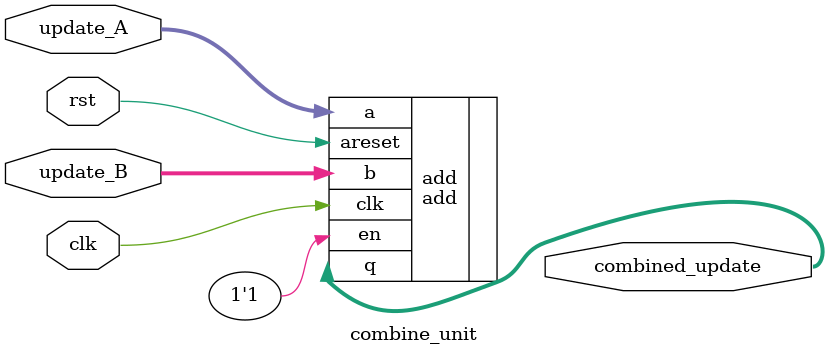
<source format=v>
module port #(parameter EDGE_W = 64)(
	 input wire  clk,
	 input wire  rst,
	 input wire  start,
	 input wire  [EDGE_W-1:0] RData,
	 input wire  RDataV,
	 input wire 	r_en0,
	 input wire 	w_en0,
	 output wire WDataV0,
	 input wire 	r_en1,
	 input wire 	w_en1,
	 output wire WDataV1,
	 input wire 	r_en2,
	 input wire 	w_en2,
	 output wire WDataV2,
	 input wire 	r_en3,
	 input wire 	w_en3,
	 output wire WDataV3,
		output reg [31:0]	RAddr,
		output reg [511:0] WData);
reg [EDGE_W-1:0]  RData_reg [31:0];
reg [4:0]   counter;
integer i;
always @(posedge clk) begin
	 if (rst) begin
	 	 counter <= 0;
	 	 for(i=0; i<32; i=i+1) begin RData_reg[i] <= 0; end
	  end else begin
	 	 if (RDataV) begin
	 	 	 for(i=1; i<32; i=i+1) begin RData_reg[i] <= RData_reg[i-1]; end
	 	 	 RData_reg[0] <= RData; counter <= counter+1;
	 	 end else begin
	 	 	 counter <= counter;
	 	 	 for(i=0; i<32; i=i+1) begin RData_reg[i] <= RData_reg[i]; end
	 	 end
	 end
end
wire [31:0]	RAddr_wire [3:0];
wire [511:0]	WData_wire [3:0];
pr accelerator(
	 .clk(clk),
	 .rst(rst),
	 .RData0({RData_reg[0],RData_reg[1],RData_reg[2],RData_reg[3],RData_reg[4],RData_reg[5],RData_reg[6],RData_reg[7]}),
	 .RDataV0(counter == 31),
	 .r_en0(r_en0),
	 .w_en0(w_en0),
	 .RAddr0(RAddr_wire[0]),
	 .WData0(WData_wire[0]),
	 .WDataV0(WDataV0),
	 .RData1({RData_reg[8],RData_reg[9],RData_reg[10],RData_reg[11],RData_reg[12],RData_reg[13],RData_reg[14],RData_reg[15]}),
	 .RDataV1(counter == 31),
	 .r_en1(r_en1),
	 .w_en1(w_en1),
	 .RAddr1(RAddr_wire[1]),
	 .WData1(WData_wire[1]),
	 .WDataV1(WDataV1),
	 .RData2({RData_reg[16],RData_reg[17],RData_reg[18],RData_reg[19],RData_reg[20],RData_reg[21],RData_reg[22],RData_reg[23]}),
	 .RDataV2(counter == 31),
	 .r_en2(r_en2),
	 .w_en2(w_en2),
	 .RAddr2(RAddr_wire[2]),
	 .WData2(WData_wire[2]),
	 .WDataV2(WDataV2),
	 .RData3({RData_reg[24],RData_reg[25],RData_reg[26],RData_reg[27],RData_reg[28],RData_reg[29],RData_reg[30],RData_reg[31]}),
	 .RDataV3(counter == 31),
	 .r_en3(r_en3),
	 .w_en3(w_en3),
	 .RAddr3(RAddr_wire[3]),
	 .WData3(WData_wire[3]),
	 .WDataV3(WDataV3),
	 .start(start)
);
always @(posedge clk) begin
	 if (rst) begin 
	 		RAddr <= 0; WData <= 0;
	 end else begin 
	 	 RAddr <= (counter[1:0]==2'b11) ? RAddr_wire[3] : (counter[1:0]==2'b10) ? RAddr_wire[2] :	(counter[1:0]==2'b01) ? RAddr_wire[1] :	RAddr_wire[0];
	 	 WData <= (counter[1:0]==2'b11) ? WData_wire[3] : (counter[1:0]==2'b10) ? WData_wire[2] :	(counter[1:0]==2'b01) ? WData_wire[1] :	WData_wire[0];
	 end 
end
endmodule

module pr #(
 	 parameter FIFO_WIDTH = 512,
 	 parameter PIPE_DEPTH = 8, 
 	 parameter URAM_DATA_W = 64,
 	 parameter PAR_SIZE_W = 18,
 	 parameter Bank_Num_W = 4,
 	 parameter PAR_NUM   = 32,
 	 parameter PAR_NUM_W = 5,
 	 parameter EDGE_W = 64,
 	 parameter PIPE_NUM = 8,
 	 parameter PIPE_NUM_W = 3
)(
	 input wire clk,
	 input wire rst,
	 input wire  [FIFO_WIDTH-1:0] RData0,
	 input wire  [0:0] RDataV0,
	 input wire  [0:0] r_en0,
	 input wire  [0:0] w_en0,
	 output reg  [31:0]	RAddr0,
	 output wire [511:0] WData0,
	 output wire WDataV0,
	 input wire  [FIFO_WIDTH-1:0] RData1,
	 input wire  [0:0] RDataV1,
	 input wire  [0:0] r_en1,
	 input wire  [0:0] w_en1,
	 output reg  [31:0]	RAddr1,
	 output wire [511:0] WData1,
	 output wire WDataV1,
	 input wire  [FIFO_WIDTH-1:0] RData2,
	 input wire  [0:0] RDataV2,
	 input wire  [0:0] r_en2,
	 input wire  [0:0] w_en2,
	 output reg  [31:0]	RAddr2,
	 output wire [511:0] WData2,
	 output wire WDataV2,
	 input wire  [FIFO_WIDTH-1:0] RData3,
	 input wire  [0:0] RDataV3,
	 input wire  [0:0] r_en3,
	 input wire  [0:0] w_en3,
	 output reg  [31:0]	RAddr3,
	 output wire [511:0] WData3,
	 output wire WDataV3,
	 input wire start
);
localparam  IDLE=0, SCATTER=1, GATHER=2;
reg   [1:0] 	state, nxtState;
wire  [7:0] 	PE_DONE;
wire 	[0:0] 	new_par_start [7:0];
wire 	[0:0] 	new_par_active [7:0];
wire 	[0:0] 	par_active [7:0];
wire 	[0:0] 	w_stall_request [7:0];
wire 	[0:0]		FIFO_full [7:0];
wire 	[0:0]		par_complete_sig [7:0];
wire 	[31:0]	work_size [7:0];
wire  [31:0]  new_Raddr [7:0];
always @(posedge clk) begin
	 if (rst) begin state <= IDLE;  end else begin state <= nxtState; end
end
always @(posedge clk) begin
	 if (rst) begin RAddr0 <= 0;
	 end else begin;
	 	 if (new_par_start[0]) begin RAddr0 <= new_Raddr[0]; end else if (~FIFO_full[0] && r_en0) begin RAddr0 <= RAddr0 +1'b1; end else begin RAddr0 <= RAddr0; end
	 end
end
always @(posedge clk) begin
	 if (rst) begin RAddr1 <= 0;
	 end else begin;
	 	 if (new_par_start[1]) begin RAddr1 <= new_Raddr[1]; end else if (~FIFO_full[1] && r_en1) begin RAddr1 <= RAddr1 +1'b1; end else begin RAddr1 <= RAddr1; end
	 end
end
always @(posedge clk) begin
	 if (rst) begin RAddr2 <= 0;
	 end else begin;
	 	 if (new_par_start[2]) begin RAddr2 <= new_Raddr[2]; end else if (~FIFO_full[2] && r_en2) begin RAddr2 <= RAddr2 +1'b1; end else begin RAddr2 <= RAddr2; end
	 end
end
always @(posedge clk) begin
	 if (rst) begin RAddr3 <= 0;
	 end else begin;
	 	 if (new_par_start[3]) begin RAddr3 <= new_Raddr[3]; end else if (~FIFO_full[3] && r_en3) begin RAddr3 <= RAddr3 +1'b1; end else begin RAddr3 <= RAddr3; end
	 end
end
genvar pe_num;

always @(*) begin
	 nxtState = state;
	 case (state)
	 	 IDLE : begin if (start) nxtState = SCATTER; end
	 	 SCATTER : begin if (PE_DONE==4'b1111) nxtState = GATHER; end 
	 	 GATHER : begin if (PE_DONE==4'b1111) nxtState = IDLE; end 
	 endcase
end

generate for(pe_num=0; pe_num <8; pe_num = pe_num+1)
begin: schedulers scheduler # (.PAR_NUM(PAR_NUM),.PAR_NUM_W(PAR_NUM_W)) sched (
		.clk(clk),
		.rst(rst),
		.control(state),
		.par_complete_sig(par_complete_sig[pe_num]),
		.par_active(par_active[pe_num]),
		.Raddr(new_Raddr[pe_num]),
		.work_size(work_size[pe_num]),
		.new_par_start(new_par_start[pe_num]),
		.new_par_active(new_par_active[pe_num]),
		.PE_DONE(PE_DONE[pe_num:pe_num]));
end
endgenerate

wire [FIFO_WIDTH-1:0]	PE_input_word [7:0];
wire [0:0]	PE_input_valid [7:0];
wire [511:0]	PE_output_word [7:0];
wire [0:0]	PE_output_valid [7:0];
wire [0:0]	PE_w_en [7:0];
assign PE_input_word[0] = RData0;
assign PE_input_valid[0] = RDataV0;
assign PE_w_en[0] = w_en0;
assign WData0 = PE_output_word[0];
assign WDataV0 = PE_output_valid[0];
assign w_stall_request[0] = ~w_en0;
assign PE_input_word[1] = RData1;
assign PE_input_valid[1] = RDataV1;
assign PE_w_en[1] = w_en1;
assign WData1 = PE_output_word[1];
assign WDataV1 = PE_output_valid[1];
assign w_stall_request[1] = ~w_en1;
assign PE_input_word[2] = RData2;
assign PE_input_valid[2] = RDataV2;
assign PE_w_en[2] = w_en2;
assign WData2 = PE_output_word[2];
assign WDataV2 = PE_output_valid[2];
assign w_stall_request[2] = ~w_en2;
assign PE_input_word[3] = RData3;
assign PE_input_valid[3] = RDataV3;
assign PE_w_en[3] = w_en3;
assign WData3 = PE_output_word[3];
assign WDataV3 = PE_output_valid[3];
assign w_stall_request[3] = ~w_en3;
generate for(pe_num=0; pe_num <8; pe_num = pe_num+1)
begin: PEs
	 PE #(.FIFO_WIDTH(FIFO_WIDTH), .PIPE_DEPTH(PIPE_DEPTH),.URAM_DATA_W(URAM_DATA_W),.PAR_SIZE_W(PAR_SIZE_W), .PAR_NUM_W(PAR_NUM_W)) engine (
		.clk(clk),
		.rst(rst),
		.control(state),
		.input_word(PE_input_word[pe_num]),
		.input_valid(PE_input_valid[pe_num]),
		.stall_request(w_stall_request[pe_num]),
		.work_size(work_size[pe_num]),
		.new_par_start(new_par_start[pe_num]),
		.new_par_active(new_par_active[pe_num]),
		.w_en(PE_w_en[pe_num]),
		.DRAM_W(PE_output_word[pe_num]),
		.DRAM_W_valid(PE_output_valid[pe_num]),
		.par_complete_sig(par_complete_sig[pe_num]),
		.FIFO_full(FIFO_full[pe_num]),
		.par_active(par_active[pe_num]));
end
endgenerate

endmodule

module PE #(
 	 parameter FIFO_WIDTH = 512,
 	 parameter PIPE_DEPTH = 8, 
 	 parameter URAM_DATA_W = 64,
 	 parameter PAR_SIZE_W = 18,
 	 parameter Bank_Num_W = 4,
 	 parameter PAR_NUM   = 32,
 	 parameter PAR_NUM_W = 5,
 	 parameter EDGE_W = 64,
 	 parameter PIPE_NUM = 8,
 	 parameter PIPE_NUM_W = 3
)(
	 input wire 	 	 clk,
	 input wire 	 	 rst,
	 input wire [1:0] 	 	 control,
	 input wire [FIFO_WIDTH-1:0] 	 	 input_word,
	 input wire [0:0] 	 	 input_valid,
	 input wire [0:0] 	 	 stall_request,
	 input wire [31:0] 	 	 work_size,
	 input wire 	 	 new_par_start,
	 input wire 	 	 new_par_active,
	 input wire [0:0]		 	 w_en,
	 output wire [511:0] 	 	 DRAM_W,
	 output wire  	 	 DRAM_W_valid,	
	 output wire [0:0] 	 		 par_complete_sig,
	 output wire 	 	 FIFO_full,
	 output reg  [0:0] 	 	 par_active);
	 wire [URAM_DATA_W-1:0]	 	 buffer_DR [PIPE_NUM-1:0];
	 wire 	 	 buffer_DR_valid [PIPE_NUM-1:0];
	 wire [URAM_DATA_W-1:0]	 	 buffer_DW	[PIPE_NUM-1:0];
	 wire [PAR_SIZE_W-1:0]	 	 buffer_DW_Addr	[PIPE_NUM-1:0];
	 wire 	 	 buffer_DW_valid [PIPE_NUM-1:0]; 
	 wire [0:0] 	 	 PE_stall;
	 wire [FIFO_WIDTH-1:0] 	 	 fifo_out;
	 wire [FIFO_WIDTH-1:0] 	 	 pp_input_word;
	 wire [0:0] 	 		pp_input_word_valid	[PIPE_NUM-1:0];
	 reg 	[FIFO_WIDTH-1:0] 	 		pp_input_word_reg;
	 reg 	[0:0] 	 		pp_input_word_valid_reg	[PIPE_NUM-1:0];
	 wire [0:0] 	 	 FIFO_empty; 
	 wire [0:0] 	 	 bcr_r_en;
	 wire [63:0] 	 		pp_output_word [PIPE_NUM-1:0];
	 wire [0:0] 	 	 pp_output_valid [PIPE_NUM-1:0];
	 wire [PIPE_NUM-1:0] 	 	 par_active_wire;
	 wire [0:0] 	 	 se_request;
	 reg [31:0]		 	 done_work;
	 reg [31:0]		 	 total_work;
	 assign par_complete_sig = (done_work>=total_work);

	 always @(posedge clk) begin
	 	 if (rst) begin
	 	 	 pp_input_word_valid_reg [0] <= 1'b0;
	 	 	 pp_input_word_valid_reg [1] <= 1'b0;
	 	 	 pp_input_word_valid_reg [2] <= 1'b0;
	 	 	 pp_input_word_valid_reg [3] <= 1'b0;
	 	 	 pp_input_word_valid_reg [4] <= 1'b0;
	 	 	 pp_input_word_valid_reg [5] <= 1'b0;
	 	 	 pp_input_word_valid_reg [6] <= 1'b0;
	 	 	 pp_input_word_valid_reg [7] <= 1'b0;
	 	 	 pp_input_word_reg <= {(FIFO_WIDTH){1'b0}};
	 		end else begin
	 	 	 if(PE_stall) begin
	 	 	 		pp_input_word_reg <= pp_input_word_reg;
	 	 	 	 pp_input_word_valid_reg [0]<= pp_input_word_valid_reg [0];
	 	 	 	 pp_input_word_valid_reg [1]<= pp_input_word_valid_reg [1];
	 	 	 	 pp_input_word_valid_reg [2]<= pp_input_word_valid_reg [2];
	 	 	 	 pp_input_word_valid_reg [3]<= pp_input_word_valid_reg [3];
	 	 	 	 pp_input_word_valid_reg [4]<= pp_input_word_valid_reg [4];
	 	 	 	 pp_input_word_valid_reg [5]<= pp_input_word_valid_reg [5];
	 	 	 	 pp_input_word_valid_reg [6]<= pp_input_word_valid_reg [6];
	 	 	 	 pp_input_word_valid_reg [7]<= pp_input_word_valid_reg [7];
	 	 	 end else begin
	 	 	 		pp_input_word_valid_reg [0] <= pp_input_word_valid [0];
	 	 	 		pp_input_word_valid_reg [1] <= pp_input_word_valid [1];
	 	 	 		pp_input_word_valid_reg [2] <= pp_input_word_valid [2];
	 	 	 		pp_input_word_valid_reg [3] <= pp_input_word_valid [3];
	 	 	 		pp_input_word_valid_reg [4] <= pp_input_word_valid [4];
	 	 	 		pp_input_word_valid_reg [5] <= pp_input_word_valid [5];
	 	 	 		pp_input_word_valid_reg [6] <= pp_input_word_valid [6];
	 	 	 		pp_input_word_valid_reg [7] <= pp_input_word_valid [7];
	 	 	 	 pp_input_word_reg <= pp_input_word;
	 	 	 end
	 		end 
	 end

	 always @(posedge clk) begin 
	 	 if (rst) begin
	 	 	 done_work <= 0; total_work <= 65536; par_active <= 1'b0;
	 	 end	else begin
	 	 	 if (new_par_start) begin
	 	 	 		done_work <= 0; total_work <= (~new_par_active && control==1) ? 0 : work_size;
	 	 	 end else begin
	 	 	 		done_work <= done_work+input_valid; total_work <= total_work;
	 	 	 end
	 	 	 if (par_complete_sig) begin
	 	 	 		par_active <= 0;
	 	 	 end else begin
	 	 	 		par_active <= (control==2 && par_active_wire>0) ? 1'b1 : par_active;
	 	 	 end
	 	 end
	 end

	 fifo #(.FIFO_WIDTH(FIFO_WIDTH)) input_FIFO(
	 	 .clk(clk),
	 	 .rst(rst),
	 	 .we(input_valid),
	 	 .din(input_word),
	 	 .re(~PE_stall && bcr_r_en),
	 	 .dout(fifo_out),
	 	 .count(),
	 	 .empty(FIFO_empty),
	 	 .almostempty(),
	 	 .full(FIFO_full),
	 	 .almostfull()
	 );

	 bcrx8 #(.EDGE_W(EDGE_W), .Bank_Num_W(Bank_Num_W)) BCR(
	 	 .clk(clk),
	 	 .rst(rst),
	 	 .input_valid(~FIFO_empty),
	 	 .input_data(fifo_out),
	 		.stall(PE_stall),
	 	 .output_data0(pp_input_word[EDGE_W*1-1:EDGE_W*0]),
	 	 .output_valid0(pp_input_word_valid[0]),
	 	 .output_data1(pp_input_word[EDGE_W*2-1:EDGE_W*1]),
	 	 .output_valid1(pp_input_word_valid[1]),
	 	 .output_data2(pp_input_word[EDGE_W*3-1:EDGE_W*2]),
	 	 .output_valid2(pp_input_word_valid[2]),
	 	 .output_data3(pp_input_word[EDGE_W*4-1:EDGE_W*3]),
	 	 .output_valid3(pp_input_word_valid[3]),
	 	 .output_data4(pp_input_word[EDGE_W*5-1:EDGE_W*4]),
	 	 .output_valid4(pp_input_word_valid[4]),
	 	 .output_data5(pp_input_word[EDGE_W*6-1:EDGE_W*5]),
	 	 .output_valid5(pp_input_word_valid[5]),
	 	 .output_data6(pp_input_word[EDGE_W*7-1:EDGE_W*6]),
	 	 .output_valid6(pp_input_word_valid[6]),
	 	 .output_data7(pp_input_word[EDGE_W*8-1:EDGE_W*7]),
	 	 .output_valid7(pp_input_word_valid[7]),
	 	 .inc(bcr_r_en)
	 );

	 genvar pp_num;
	 wire [0:0] HDU_stall;
	 assign PE_stall = (HDU_stall && (control==2)) || stall_request || se_request;
	 hdux8 # (.ADDR_W(PAR_SIZE_W), .Bank_Num_W (Bank_Num_W)) HDU (
	 	 .clk(clk),
	 	 .rst(rst),
	 	 .Raddr0(pp_input_word[EDGE_W*0+PAR_SIZE_W-1:EDGE_W*0]),
	 	 .Raddr1(pp_input_word[EDGE_W*1+PAR_SIZE_W-1:EDGE_W*1]),
	 	 .Raddr2(pp_input_word[EDGE_W*2+PAR_SIZE_W-1:EDGE_W*2]),
	 	 .Raddr3(pp_input_word[EDGE_W*3+PAR_SIZE_W-1:EDGE_W*3]),
	 	 .Raddr4(pp_input_word[EDGE_W*4+PAR_SIZE_W-1:EDGE_W*4]),
	 	 .Raddr5(pp_input_word[EDGE_W*5+PAR_SIZE_W-1:EDGE_W*5]),
	 	 .Raddr6(pp_input_word[EDGE_W*6+PAR_SIZE_W-1:EDGE_W*6]),
	 	 .Raddr7(pp_input_word[EDGE_W*7+PAR_SIZE_W-1:EDGE_W*7]),
	 	 .Waddr0(buffer_DW_Addr[0]),
	 	 .Waddr1(buffer_DW_Addr[1]),
	 	 .Waddr2(buffer_DW_Addr[2]),
	 	 .Waddr3(buffer_DW_Addr[3]),
	 	 .Waddr4(buffer_DW_Addr[4]),
	 	 .Waddr5(buffer_DW_Addr[5]),
	 	 .Waddr6(buffer_DW_Addr[6]),
	 	 .Waddr7(buffer_DW_Addr[7]),
	 	 .Raddr_valid0(control==2 && pp_input_word_valid[0]),
	 	 .Raddr_valid1(control==2 && pp_input_word_valid[1]),
	 	 .Raddr_valid2(control==2 && pp_input_word_valid[2]),
	 	 .Raddr_valid3(control==2 && pp_input_word_valid[3]),
	 	 .Raddr_valid4(control==2 && pp_input_word_valid[4]),
	 	 .Raddr_valid5(control==2 && pp_input_word_valid[5]),
	 	 .Raddr_valid6(control==2 && pp_input_word_valid[6]),
	 	 .Raddr_valid7(control==2 && pp_input_word_valid[7]),
	 	 .Waddr_valid0(buffer_DW_valid[0] && control==2),
	 	 .Waddr_valid1(buffer_DW_valid[1] && control==2),
	 	 .Waddr_valid2(buffer_DW_valid[2] && control==2),
	 	 .Waddr_valid3(buffer_DW_valid[3] && control==2),
	 	 .Waddr_valid4(buffer_DW_valid[4] && control==2),
	 	 .Waddr_valid5(buffer_DW_valid[5] && control==2),
	 	 .Waddr_valid6(buffer_DW_valid[6] && control==2),
	 	 .Waddr_valid7(buffer_DW_valid[7] && control==2),
	 	 .stall_signal(HDU_stall));

	 generate for(pp_num=0; pp_num <PIPE_NUM; pp_num = pp_num+1)
	 	 begin: elements pr_PP #(.PIPE_DEPTH(PIPE_DEPTH), .URAM_DATA_W(URAM_DATA_W), .PAR_SIZE_W(PAR_SIZE_W), .EDGE_W(EDGE_W)) pipeline (
	 	 	 .clk(clk),
	 	 	 .rst(rst),
	 	 	 .control(control),
	 	 	 .buffer_Din(buffer_DR[pp_num]),
	 	 	 .buffer_Din_valid(buffer_DR_valid[pp_num]),
	 	 	 .input_word(pp_input_word_reg[EDGE_W*pp_num+EDGE_W-1:EDGE_W*pp_num]),
	 	 	 .input_valid(pp_input_word_valid_reg[pp_num]),
	 	 	 .buffer_Dout(buffer_DW[pp_num]),
	 	 	 .buffer_Dout_Addr(buffer_DW_Addr[pp_num]),
	 	 	 .buffer_Dout_valid(buffer_DW_valid[pp_num]),
	 	 	 .output_word(pp_output_word[pp_num]),
	 	 	 .output_valid(pp_output_valid[pp_num]),
	 	 	 .par_active(par_active_wire[pp_num:pp_num]));
	 	 end
	 endgenerate

	 bufferx8 #(.DATA_W(URAM_DATA_W), .ADDR_W(PAR_SIZE_W), .Bank_Num_W(Bank_Num_W)) VBUFF(
	 	 .clk(clk),
	 	 .rst(rst),
	 	 .R_Addr0(pp_input_word[EDGE_W*0+PAR_SIZE_W-1:EDGE_W*0]),
	 	 .R_Addr1(pp_input_word[EDGE_W*1+PAR_SIZE_W-1:EDGE_W*1]),
	 	 .R_Addr2(pp_input_word[EDGE_W*2+PAR_SIZE_W-1:EDGE_W*2]),
	 	 .R_Addr3(pp_input_word[EDGE_W*3+PAR_SIZE_W-1:EDGE_W*3]),
	 	 .R_Addr4(pp_input_word[EDGE_W*4+PAR_SIZE_W-1:EDGE_W*4]),
	 	 .R_Addr5(pp_input_word[EDGE_W*5+PAR_SIZE_W-1:EDGE_W*5]),
	 	 .R_Addr6(pp_input_word[EDGE_W*6+PAR_SIZE_W-1:EDGE_W*6]),
	 	 .R_Addr7(pp_input_word[EDGE_W*7+PAR_SIZE_W-1:EDGE_W*7]),
	 	 .W_Addr0(buffer_DW_Addr[0]),
	 	 .W_Addr1(buffer_DW_Addr[1]),
	 	 .W_Addr2(buffer_DW_Addr[2]),
	 	 .W_Addr3(buffer_DW_Addr[3]),
	 	 .W_Addr4(buffer_DW_Addr[4]),
	 	 .W_Addr5(buffer_DW_Addr[5]),
	 	 .W_Addr6(buffer_DW_Addr[6]),
	 	 .W_Addr7(buffer_DW_Addr[7]),
	 	 .W_Data0(buffer_DW[0]),
	 	 .W_Data1(buffer_DW[1]),
	 	 .W_Data2(buffer_DW[2]),
	 	 .W_Data3(buffer_DW[3]),
	 	 .W_Data4(buffer_DW[4]),
	 	 .W_Data5(buffer_DW[5]),
	 	 .W_Data6(buffer_DW[6]),
	 	 .W_Data7(buffer_DW[7]),
	 	 .R_valid0(pp_input_word_valid[0]),
	 	 .R_valid1(pp_input_word_valid[1]),
	 	 .R_valid2(pp_input_word_valid[2]),
	 	 .R_valid3(pp_input_word_valid[3]),
	 	 .R_valid4(pp_input_word_valid[4]),
	 	 .R_valid5(pp_input_word_valid[5]),
	 	 .R_valid6(pp_input_word_valid[6]),
	 	 .R_valid7(pp_input_word_valid[7]),
	 	 .W_valid0(buffer_DW_valid[0] && control==2),
	 	 .W_valid1(buffer_DW_valid[1] && control==2),
	 	 .W_valid2(buffer_DW_valid[2] && control==2),
	 	 .W_valid3(buffer_DW_valid[3] && control==2),
	 	 .W_valid4(buffer_DW_valid[4] && control==2),
	 	 .W_valid5(buffer_DW_valid[5] && control==2),
	 	 .W_valid6(buffer_DW_valid[6] && control==2),
	 	 .W_valid7(buffer_DW_valid[7] && control==2),
	 	 .R_out_valid0(buffer_DR_valid[0]),
	 	 .R_out_valid1(buffer_DR_valid[1]),
	 	 .R_out_valid2(buffer_DR_valid[2]),
	 	 .R_out_valid3(buffer_DR_valid[3]),
	 	 .R_out_valid4(buffer_DR_valid[4]),
	 	 .R_out_valid5(buffer_DR_valid[5]),
	 	 .R_out_valid6(buffer_DR_valid[6]),
	 	 .R_out_valid7(buffer_DR_valid[7]),
	 	 .R_Data0(buffer_DR[0]),
	 	 .R_Data1(buffer_DR[1]),
	 	 .R_Data2(buffer_DR[2]),
	 	 .R_Data3(buffer_DR[3]),
	 	 .R_Data4(buffer_DR[4]),
	 	 .R_Data5(buffer_DR[5]),
	 	 .R_Data6(buffer_DR[6]),
	 	. R_Data7(buffer_DR[7]));

	 combining_networkx8 #(.DATA_W(32),.PIPE_DEPTH(PIPE_DEPTH), .PAR_SIZE_W(PAR_SIZE_W), .PAR_NUM(PAR_NUM), .PAR_NUM_W(PAR_NUM_W)) CN (
	 	 .clk(clk),
	 	 .rst(rst),
	 	 .InputValid({pp_output_valid[7],pp_output_valid[6],pp_output_valid[5],pp_output_valid[4],pp_output_valid[3],pp_output_valid[2],pp_output_valid[1],pp_output_valid[0]}),
	 	 .InDestVid({pp_output_word[7][31:0],pp_output_word[6][31:0],pp_output_word[5][31:0],pp_output_word[4][31:0],pp_output_word[3][31:0],pp_output_word[2][31:0],pp_output_word[1][31:0],pp_output_word[0][31:0]}),
	 	 .InUpdate({pp_output_word[7][63:32],pp_output_word[6][63:32],pp_output_word[5][63:32],pp_output_word[4][63:32],pp_output_word[3][63:32],pp_output_word[2][63:32],pp_output_word[1][63:32],pp_output_word[0][63:32]}),
	 	 .DRAM_W(DRAM_W),
	 	 .DRAM_W_valid(DRAM_W_valid),
	 	 .stall_request(se_request));

endmodule

module hdux8 # (
	parameter ADDR_W = 16,
	parameter Bank_Num_W = 5
)(
	input   wire clk,
	input   wire rst,
	input   wire [ADDR_W-1:0] Raddr0,
	input   wire [ADDR_W-1:0] Raddr1,
	input   wire [ADDR_W-1:0] Raddr2,
	input   wire [ADDR_W-1:0] Raddr3,
	input   wire [ADDR_W-1:0] Raddr4,
	input   wire [ADDR_W-1:0] Raddr5,
	input   wire [ADDR_W-1:0] Raddr6,
	input   wire [ADDR_W-1:0] Raddr7,
	input   wire [ADDR_W-1:0] Waddr0,
	input   wire [ADDR_W-1:0] Waddr1,
	input   wire [ADDR_W-1:0] Waddr2,
	input   wire [ADDR_W-1:0] Waddr3,
	input   wire [ADDR_W-1:0] Waddr4,
	input   wire [ADDR_W-1:0] Waddr5,
	input   wire [ADDR_W-1:0] Waddr6,
	input   wire [ADDR_W-1:0] Waddr7,
	input   wire Raddr_valid0,
	input   wire Raddr_valid1,
	input   wire Raddr_valid2,
	input   wire Raddr_valid3,	
	input   wire Raddr_valid4,
	input   wire Raddr_valid5,
	input   wire Raddr_valid6,
	input   wire Raddr_valid7,	  
	input   wire Waddr_valid0,
	input   wire Waddr_valid1,
	input   wire Waddr_valid2,
	input   wire Waddr_valid3,	  
	input   wire Waddr_valid4,
	input   wire Waddr_valid5,
	input   wire Waddr_valid6,
	input   wire Waddr_valid7,
	output	wire stall_signal
);
    
localparam Bank_Num = (2**Bank_Num_W);
localparam Port_Num = 8;

wire flag_valid0;
wire flag_valid1;
wire flag_valid2;
wire flag_valid3;
wire flag_valid4;
wire flag_valid5;
wire flag_valid6;
wire flag_valid7;
wire flag0;
wire flag1;
wire flag2;
wire flag3;
wire flag4;
wire flag5;
wire flag6;
wire flag7;
	
wire [ADDR_W-Bank_Num_W-1:0] bank_raddr [Bank_Num-1:0];
wire [ADDR_W-Bank_Num_W-1:0] bank_waddr [Bank_Num-1:0];
wire [0:0] bank_rvalid [Bank_Num-1:0];
wire [0:0] bank_wvalid [Bank_Num-1:0];
wire [0:0] bank_fvalid [Bank_Num-1:0];
wire [0:0] bank_flag   [Bank_Num-1:0];

reg	 [Bank_Num_W-1:0] sel	[Port_Num-1:0];
reg	 [ADDR_W:0]		lock [Port_Num-1:0];
reg	 [ADDR_W-1:0]	Raddr_reg [Port_Num-1:0];
reg	 [0:0]	Raddr_valid_reg [Port_Num-1:0];

genvar numbank; 
generate for(numbank=0; numbank < Bank_Num; numbank = numbank+1) 
	begin: elements	
		hdu_unit # (.ADDR_W(ADDR_W-Bank_Num_W))	hdu_bank (
			.clk(clk),
			.rst(rst),
			.Raddr(bank_raddr[numbank]),
			.Waddr(bank_waddr[numbank]),
			.Raddr_valid(bank_rvalid[numbank]),
			.Waddr_valid(bank_wvalid[numbank]),
			.flag_valid(bank_fvalid[numbank]),
			.flag(bank_flag[numbank])
		);
	end
endgenerate 

	
genvar i;
generate for(i=0; i<Bank_Num; i=i+1)  
   begin: read_addr assign bank_raddr[i] = (Raddr_valid0 && Raddr0[Bank_Num_W-1:0] == i) ? Raddr0[ADDR_W-1: Bank_Num_W] :
							(Raddr_valid1 && Raddr1[Bank_Num_W-1:0] == i) ? Raddr1[ADDR_W-1: Bank_Num_W] :	
							(Raddr_valid2 && Raddr2[Bank_Num_W-1:0] == i) ? Raddr2[ADDR_W-1: Bank_Num_W] :	
							(Raddr_valid3 && Raddr3[Bank_Num_W-1:0] == i) ? Raddr3[ADDR_W-1: Bank_Num_W] :	
							(Raddr_valid4 && Raddr4[Bank_Num_W-1:0] == i) ? Raddr4[ADDR_W-1: Bank_Num_W] :
							(Raddr_valid5 && Raddr5[Bank_Num_W-1:0] == i) ? Raddr5[ADDR_W-1: Bank_Num_W] :	
							(Raddr_valid6 && Raddr6[Bank_Num_W-1:0] == i) ? Raddr6[ADDR_W-1: Bank_Num_W] :	
							(Raddr_valid7 && Raddr7[Bank_Num_W-1:0] == i) ? Raddr7[ADDR_W-1: Bank_Num_W] : {(ADDR_W-Bank_Num_W){1'b0}};	  
   end 
endgenerate
	
generate for(i=0; i<Bank_Num; i=i+1)  
   begin: write_addr assign bank_waddr[i] = (Waddr_valid0 && Waddr0[Bank_Num_W-1:0] == i) ? Waddr0[ADDR_W-1: Bank_Num_W] :
							(Waddr_valid1 && Waddr1[Bank_Num_W-1:0] == i) ? Waddr1[ADDR_W-1: Bank_Num_W] :	
							(Waddr_valid2 && Waddr2[Bank_Num_W-1:0] == i) ? Waddr2[ADDR_W-1: Bank_Num_W] :
							(Waddr_valid3 && Waddr3[Bank_Num_W-1:0] == i) ? Waddr3[ADDR_W-1: Bank_Num_W] :	
							(Waddr_valid4 && Waddr4[Bank_Num_W-1:0] == i) ? Waddr4[ADDR_W-1: Bank_Num_W] :
							(Waddr_valid5 && Waddr5[Bank_Num_W-1:0] == i) ? Waddr5[ADDR_W-1: Bank_Num_W] :	
							(Waddr_valid6 && Waddr6[Bank_Num_W-1:0] == i) ? Waddr6[ADDR_W-1: Bank_Num_W] :
							(Waddr_valid7 && Waddr7[Bank_Num_W-1:0] == i) ? Waddr7[ADDR_W-1: Bank_Num_W] : {(ADDR_W-Bank_Num_W){1'b0}};	
   end 
endgenerate
																			
generate for(i=0; i<Bank_Num; i=i+1)  
   begin: read_valid assign bank_rvalid[i] = (Raddr_valid0 && Raddr0[Bank_Num_W-1:0] == i) ? 1'b1 :
							(Raddr_valid1 && Raddr1[Bank_Num_W-1:0] == i) ? 1'b1 : 
							(Raddr_valid2 && Raddr2[Bank_Num_W-1:0] == i) ? 1'b1 : 
							(Raddr_valid3 && Raddr3[Bank_Num_W-1:0] == i) ? 1'b1 : 
							(Raddr_valid4 && Raddr4[Bank_Num_W-1:0] == i) ? 1'b1 :
							(Raddr_valid5 && Raddr5[Bank_Num_W-1:0] == i) ? 1'b1 : 
							(Raddr_valid6 && Raddr6[Bank_Num_W-1:0] == i) ? 1'b1 : 
							(Raddr_valid7 && Raddr7[Bank_Num_W-1:0] == i) ? 1'b1 : 1'b0;
   end 
endgenerate
							
generate for(i=0; i<Bank_Num; i=i+1)  
   begin: write_valid assign bank_wvalid[i] = (Waddr_valid0 && Waddr0[Bank_Num_W-1:0] == i) ? 1'b1 :
							(Waddr_valid1 && Waddr1[Bank_Num_W-1:0] == i) ? 1'b1 : 
							(Waddr_valid2 && Waddr2[Bank_Num_W-1:0] == i) ? 1'b1 :
							(Waddr_valid3 && Waddr3[Bank_Num_W-1:0] == i) ? 1'b1 : 
							(Waddr_valid4 && Waddr4[Bank_Num_W-1:0] == i) ? 1'b1 :
							(Waddr_valid5 && Waddr5[Bank_Num_W-1:0] == i) ? 1'b1 : 
							(Waddr_valid6 && Waddr6[Bank_Num_W-1:0] == i) ? 1'b1 :
							(Waddr_valid7 && Waddr7[Bank_Num_W-1:0] == i) ? 1'b1 : 1'b0;
   end 
endgenerate

wire stall;	
//assign stall = (lock[0]<{(ADDR_W+1){1'b1}}) || (lock[1]<{(ADDR_W+1){1'b1}}) || (lock[2]<{(ADDR_W+1){1'b1}}) || (lock[3]<{(ADDR_W+1){1'b1}}) || (lock[4]<{(ADDR_W+1){1'b1}}) || (lock[5]<{(ADDR_W+1){1'b1}}) || (lock[6]<{(ADDR_W+1){1'b1}}) || (lock[7]<{(ADDR_W+1){1'b1}}) || (flag_valid0 && flag0) || (flag_valid1 && flag1) || (flag_valid2 && flag2) || (flag_valid3 && flag3) || (flag_valid4 && flag4) || (flag_valid5 && flag5) || (flag_valid6 && flag6) || (flag_valid7 && flag7) ;

assign stall = (lock[0]<{(ADDR_W+1){1'b1}}) || (lock[1]<{(ADDR_W+1){1'b1}}) || (lock[2]<{(ADDR_W+1){1'b1}}) || (lock[3]<{(ADDR_W+1){1'b1}}) || (lock[4]<{(ADDR_W+1){1'b1}}) || (lock[5]<{(ADDR_W+1){1'b1}}) || (lock[6]<{(ADDR_W+1){1'b1}}) || (lock[7]<{(ADDR_W+1){1'b1}});
assign stall_signal = stall;
	
always @(posedge clk) begin
	if(rst) begin
		lock[0] <= {(ADDR_W+1){1'b1}};
		lock[1] <= {(ADDR_W+1){1'b1}};    
		lock[2] <= {(ADDR_W+1){1'b1}};
		lock[3] <= {(ADDR_W+1){1'b1}};
		lock[4] <= {(ADDR_W+1){1'b1}};
		lock[5] <= {(ADDR_W+1){1'b1}};    
		lock[6] <= {(ADDR_W+1){1'b1}};
		lock[7] <= {(ADDR_W+1){1'b1}};			
	end else begin
		if(stall_signal) begin
			if((lock[0] == {1'b0, Waddr0} && Waddr_valid0) || (lock[0] == {1'b0, Waddr1} && Waddr_valid1) || 
			   (lock[0] == {1'b0, Waddr2} && Waddr_valid2) || (lock[0] == {1'b0, Waddr3} && Waddr_valid3) ||
			   (lock[0] == {1'b0, Waddr4} && Waddr_valid4) || (lock[0] == {1'b0, Waddr5} && Waddr_valid5) || 
			   (lock[0] == {1'b0, Waddr6} && Waddr_valid6) || (lock[0] == {1'b0, Waddr7} && Waddr_valid7)) begin
				lock[0] <= {(ADDR_W+1){1'b1}};
			end  
			if((lock[1] == {1'b0, Waddr0} && Waddr_valid0) || (lock[1] == {1'b0, Waddr1} && Waddr_valid1) || 
			   (lock[1] == {1'b0, Waddr2} && Waddr_valid2) || (lock[1] == {1'b0, Waddr3} && Waddr_valid3) ||
			   (lock[1] == {1'b0, Waddr4} && Waddr_valid4) || (lock[1] == {1'b0, Waddr5} && Waddr_valid5) || 
			   (lock[1] == {1'b0, Waddr6} && Waddr_valid6) || (lock[1] == {1'b0, Waddr7} && Waddr_valid7)) begin
				lock[1] <= {(ADDR_W+1){1'b1}};
			end
			if((lock[2] == {1'b0, Waddr0} && Waddr_valid0) || (lock[2] == {1'b0, Waddr1} && Waddr_valid1) || 
			   (lock[2] == {1'b0, Waddr2} && Waddr_valid2) || (lock[2] == {1'b0, Waddr3} && Waddr_valid3) ||
			   (lock[2] == {1'b0, Waddr4} && Waddr_valid4) || (lock[2] == {1'b0, Waddr5} && Waddr_valid5) || 
			   (lock[2] == {1'b0, Waddr6} && Waddr_valid6) || (lock[2] == {1'b0, Waddr7} && Waddr_valid7)) begin
				lock[2] <= {(ADDR_W+1){1'b1}};
			end
			if((lock[3] == {1'b0, Waddr0} && Waddr_valid0) || (lock[3] == {1'b0, Waddr1} && Waddr_valid1) || 
			   (lock[3] == {1'b0, Waddr2} && Waddr_valid2) || (lock[3] == {1'b0, Waddr3} && Waddr_valid3) ||
			   (lock[3] == {1'b0, Waddr4} && Waddr_valid4) || (lock[3] == {1'b0, Waddr5} && Waddr_valid5) || 
			   (lock[3] == {1'b0, Waddr6} && Waddr_valid6) || (lock[3] == {1'b0, Waddr7} && Waddr_valid7)) begin
				lock[3] <= {(ADDR_W+1){1'b1}};
			end
			if((lock[4] == {1'b0, Waddr0} && Waddr_valid0) || (lock[4] == {1'b0, Waddr1} && Waddr_valid1) || 
			   (lock[4] == {1'b0, Waddr2} && Waddr_valid2) || (lock[4] == {1'b0, Waddr3} && Waddr_valid3) ||
			   (lock[4] == {1'b0, Waddr4} && Waddr_valid4) || (lock[4] == {1'b0, Waddr5} && Waddr_valid5) || 
			   (lock[4] == {1'b0, Waddr6} && Waddr_valid6) || (lock[4] == {1'b0, Waddr7} && Waddr_valid7)) begin
				lock[4] <= {(ADDR_W+1){1'b1}};
			end
			if((lock[5] == {1'b0, Waddr0} && Waddr_valid0) || (lock[5] == {1'b0, Waddr1} && Waddr_valid1) || 
			   (lock[5] == {1'b0, Waddr2} && Waddr_valid2) || (lock[5] == {1'b0, Waddr3} && Waddr_valid3) ||
			   (lock[5] == {1'b0, Waddr4} && Waddr_valid4) || (lock[5] == {1'b0, Waddr5} && Waddr_valid5) || 
			   (lock[5] == {1'b0, Waddr6} && Waddr_valid6) || (lock[5] == {1'b0, Waddr7} && Waddr_valid7)) begin
				lock[5] <= {(ADDR_W+1){1'b1}};
			end
			if((lock[6] == {1'b0, Waddr0} && Waddr_valid0) || (lock[6] == {1'b0, Waddr1} && Waddr_valid1) || 
			   (lock[6] == {1'b0, Waddr2} && Waddr_valid2) || (lock[6] == {1'b0, Waddr3} && Waddr_valid3) ||
			   (lock[6] == {1'b0, Waddr4} && Waddr_valid4) || (lock[6] == {1'b0, Waddr5} && Waddr_valid5) || 
			   (lock[6] == {1'b0, Waddr6} && Waddr_valid6) || (lock[6] == {1'b0, Waddr7} && Waddr_valid7)) begin
				lock[6] <= {(ADDR_W+1){1'b1}};
			end
			if((lock[7] == {1'b0, Waddr0} && Waddr_valid0) || (lock[7] == {1'b0, Waddr1} && Waddr_valid1) || 
			   (lock[7] == {1'b0, Waddr2} && Waddr_valid2) || (lock[7] == {1'b0, Waddr3} && Waddr_valid3) ||
			   (lock[7] == {1'b0, Waddr4} && Waddr_valid4) || (lock[7] == {1'b0, Waddr5} && Waddr_valid5) || 
			   (lock[7] == {1'b0, Waddr6} && Waddr_valid6) || (lock[7] == {1'b0, Waddr7} && Waddr_valid7)) begin
				lock[7] <= {(ADDR_W+1){1'b1}};
			end
		end else begin
			if(Raddr_reg [0] && Raddr_valid_reg [0] && flag_valid0 && flag0) begin lock[0] <= {1'b0, Raddr_reg [0]}; end
			if(Raddr_reg [1] && Raddr_valid_reg [1] && flag_valid1 && flag1) begin lock[1] <= {1'b0, Raddr_reg [1]}; end
			if(Raddr_reg [2] && Raddr_valid_reg [2] && flag_valid2 && flag2) begin lock[2] <= {1'b0, Raddr_reg [2]}; end
			if(Raddr_reg [3] && Raddr_valid_reg [3] && flag_valid3 && flag3) begin lock[3] <= {1'b0, Raddr_reg [3]}; end
			if(Raddr_reg [4] && Raddr_valid_reg [4] && flag_valid4 && flag4) begin lock[4] <= {1'b0, Raddr_reg [4]}; end
			if(Raddr_reg [5] && Raddr_valid_reg [5] && flag_valid5 && flag5) begin lock[5] <= {1'b0, Raddr_reg [5]}; end
			if(Raddr_reg [6] && Raddr_valid_reg [6] && flag_valid6 && flag6) begin lock[6] <= {1'b0, Raddr_reg [6]}; end
			if(Raddr_reg [7] && Raddr_valid_reg [7] && flag_valid7 && flag7) begin lock[7] <= {1'b0, Raddr_reg [7]}; end
		end
	end
end
							
always @(posedge clk) begin
	if(rst) begin
		sel[0] <=0;
		sel[1] <=1;    
		sel[2] <=2;
		sel[3] <=3;
		sel[4] <=4;
		sel[5] <=5;    
		sel[6] <=6;
		sel[7] <=7;	
		Raddr_reg [0] <= {(ADDR_W){1'b0}};
		Raddr_reg [1] <= {(ADDR_W){1'b0}};
		Raddr_reg [2] <= {(ADDR_W){1'b0}};
		Raddr_reg [3] <= {(ADDR_W){1'b0}};
		Raddr_reg [4] <= {(ADDR_W){1'b0}};
		Raddr_reg [5] <= {(ADDR_W){1'b0}};
		Raddr_reg [6] <= {(ADDR_W){1'b0}};
		Raddr_reg [7] <= {(ADDR_W){1'b0}};
		Raddr_valid_reg [0] <= 1'b0;
		Raddr_valid_reg [1] <= 1'b0;
		Raddr_valid_reg [2] <= 1'b0;
		Raddr_valid_reg [3] <= 1'b0;
		Raddr_valid_reg [4] <= 1'b0;
		Raddr_valid_reg [5] <= 1'b0;
		Raddr_valid_reg [6] <= 1'b0;
		Raddr_valid_reg [7] <= 1'b0;
	end else begin
		if(~stall) begin
			sel[0] <= Raddr0[Bank_Num_W-1:0];			
			sel[1] <= Raddr1[Bank_Num_W-1:0];			  
			sel[2] <= Raddr2[Bank_Num_W-1:0];			
			sel[3] <= Raddr3[Bank_Num_W-1:0];			  
			sel[4] <= Raddr4[Bank_Num_W-1:0];			
			sel[5] <= Raddr5[Bank_Num_W-1:0];			  
			sel[6] <= Raddr6[Bank_Num_W-1:0];			
			sel[7] <= Raddr7[Bank_Num_W-1:0];
			Raddr_reg [0] <= Raddr0;
			Raddr_reg [1] <= Raddr1;
			Raddr_reg [2] <= Raddr2;
			Raddr_reg [3] <= Raddr3;
			Raddr_reg [4] <= Raddr4;
			Raddr_reg [5] <= Raddr5;
			Raddr_reg [6] <= Raddr6;
			Raddr_reg [7] <= Raddr7;
			Raddr_valid_reg [0] <= Raddr_valid0;
			Raddr_valid_reg [1] <= Raddr_valid1;
			Raddr_valid_reg [2] <= Raddr_valid2;
			Raddr_valid_reg [3] <= Raddr_valid3;
			Raddr_valid_reg [4] <= Raddr_valid4;
			Raddr_valid_reg [5] <= Raddr_valid5;
			Raddr_valid_reg [6] <= Raddr_valid6;
			Raddr_valid_reg [7] <= Raddr_valid7;	
		end else begin
			sel[0] <= sel[0];			
			sel[1] <= sel[1];			  
			sel[2] <= sel[2];			
			sel[3] <= sel[3];			  
			sel[4] <= sel[4];			
			sel[5] <= sel[5];			  
			sel[6] <= sel[6];			
			sel[7] <= sel[7];
			Raddr_reg [0] <= Raddr_reg [0];
			Raddr_reg [1] <= Raddr_reg [1];
			Raddr_reg [2] <= Raddr_reg [2];
			Raddr_reg [3] <= Raddr_reg [3];
			Raddr_reg [4] <= Raddr_reg [4];
			Raddr_reg [5] <= Raddr_reg [5];
			Raddr_reg [6] <= Raddr_reg [6];
			Raddr_reg [7] <= Raddr_reg [7];
			Raddr_valid_reg [0] <= Raddr_valid_reg [0];
			Raddr_valid_reg [1] <= Raddr_valid_reg [1];
			Raddr_valid_reg [2] <= Raddr_valid_reg [2];
			Raddr_valid_reg [3] <= Raddr_valid_reg [3];
			Raddr_valid_reg [4] <= Raddr_valid_reg [4];
			Raddr_valid_reg [5] <= Raddr_valid_reg [5];
			Raddr_valid_reg [6] <= Raddr_valid_reg [6];
			Raddr_valid_reg [7] <= Raddr_valid_reg [7];
		end
	end
end

assign flag_valid0 = bank_fvalid[sel[0]];
assign flag_valid1 = bank_fvalid[sel[1]];
assign flag_valid2 = bank_fvalid[sel[2]];
assign flag_valid3 = bank_fvalid[sel[3]];
assign flag_valid4 = bank_fvalid[sel[4]];
assign flag_valid5 = bank_fvalid[sel[5]];
assign flag_valid6 = bank_fvalid[sel[6]];
assign flag_valid7 = bank_fvalid[sel[7]];	
assign flag0 = bank_flag[sel[0]];
assign flag1 = bank_flag[sel[1]];
assign flag2 = bank_flag[sel[2]];
assign flag3 = bank_flag[sel[3]];	
assign flag4 = bank_flag[sel[4]];
assign flag5 = bank_flag[sel[5]];
assign flag6 = bank_flag[sel[6]];
assign flag7 = bank_flag[sel[7]];

endmodule

module combining_networkx8 # (
	parameter DATA_W = 32,
	parameter PIPE_DEPTH = 8,
	parameter PAR_SIZE_W = 17,
    parameter PAR_NUM   = 16,
    parameter PAR_NUM_W = 4
)(
	input wire          			clk,
    input wire          			rst,    
    input wire  [7:0]         		InputValid,
	input wire  [DATA_W*8-1:0]   	InDestVid,    
    input wire  [DATA_W*8-1:0]   	InUpdate,    
    output reg [511:0]              DRAM_W,
    output reg                      DRAM_W_valid,
    output wire                     stall_request
);

wire [DATA_W*8-1:0] OutUpdate [2:0];
wire [DATA_W*8-1:0] OutDestVid [2:0];
wire [8-1:0] OutValid [4:0];
wire [DATA_W*2*8-1:0] Ubuff_out [1:0];
wire [63:0]	  se_output_word;
wire         se_output_valid;
    
CNx8 #(.DATA_W(DATA_W), .PIPE_DEPTH(PIPE_DEPTH))
CNstage0 (
	.clk(clk),
    .rst(rst),    
    .InputValid(InputValid),
	.InDestVid(InDestVid),    
    .InUpdate(InUpdate),    
    .OutUpdate(OutUpdate[0]),
    .OutDestVid(OutDestVid[0]),
	.OutValid(OutValid[0])
);

Ubuffx8
Ubuff0 (
    .clk(clk),
    .rst(rst),    
    .last_input_in(1'b0),
    .word_in({OutUpdate[0][DATA_W*8-1:DATA_W*7],OutDestVid[0][DATA_W*8-1:DATA_W*7],OutUpdate[0][DATA_W*7-1:DATA_W*6],OutDestVid[0][DATA_W*7-1:DATA_W*6],
              OutUpdate[0][DATA_W*6-1:DATA_W*5],OutDestVid[0][DATA_W*6-1:DATA_W*5],OutUpdate[0][DATA_W*5-1:DATA_W*4],OutDestVid[0][DATA_W*5-1:DATA_W*4],
              OutUpdate[0][DATA_W*4-1:DATA_W*3],OutDestVid[0][DATA_W*4-1:DATA_W*3],OutUpdate[0][DATA_W*3-1:DATA_W*2],OutDestVid[0][DATA_W*3-1:DATA_W*2],
              OutUpdate[0][DATA_W*2-1:DATA_W*1],OutDestVid[0][DATA_W*2-1:DATA_W*1],OutUpdate[0][DATA_W*1-1:DATA_W*0],OutDestVid[0][DATA_W*1-1:DATA_W*0]}),
	.word_in_valid(OutValid[0]),
    //input wire [1:0] control,        
    .word_out(Ubuff_out[0]), 
    .valid_out(OutValid[1])
);

CNx8 #(.DATA_W(DATA_W), .PIPE_DEPTH(PIPE_DEPTH))
CNstage1 (
	.clk(clk),
    .rst(rst),    
    .InputValid(OutValid[1]),
	.InDestVid({Ubuff_out[0][DATA_W*15-1:DATA_W*14],Ubuff_out[0][DATA_W*13-1:DATA_W*12],Ubuff_out[0][DATA_W*11-1:DATA_W*10],Ubuff_out[0][DATA_W*9-1:DATA_W*8],Ubuff_out[0][DATA_W*7-1:DATA_W*6],Ubuff_out[0][DATA_W*5-1:DATA_W*4],Ubuff_out[0][DATA_W*3-1:DATA_W*2],Ubuff_out[0][DATA_W*1-1:DATA_W*0]}),    
    .InUpdate({Ubuff_out[0][DATA_W*16-1:DATA_W*15],Ubuff_out[0][DATA_W*14-1:DATA_W*13],Ubuff_out[0][DATA_W*12-1:DATA_W*11],Ubuff_out[0][DATA_W*10-1:DATA_W*9],Ubuff_out[0][DATA_W*8-1:DATA_W*7],Ubuff_out[0][DATA_W*6-1:DATA_W*5],Ubuff_out[0][DATA_W*4-1:DATA_W*3],Ubuff_out[0][DATA_W*2-1:DATA_W*1]}),       
    .OutUpdate(OutUpdate[1]),
    .OutDestVid(OutDestVid[1]),
	.OutValid(OutValid[2])
);

Ubuffx8
Ubuff1 (
    .clk(clk),
    .rst(rst),    
    .last_input_in(1'b0),
    .word_in({OutUpdate[1][DATA_W*8-1:DATA_W*7],OutDestVid[1][DATA_W*8-1:DATA_W*7],OutUpdate[1][DATA_W*7-1:DATA_W*6],OutDestVid[1][DATA_W*7-1:DATA_W*6],
              OutUpdate[1][DATA_W*6-1:DATA_W*5],OutDestVid[1][DATA_W*6-1:DATA_W*5],OutUpdate[1][DATA_W*5-1:DATA_W*4],OutDestVid[1][DATA_W*5-1:DATA_W*4],
              OutUpdate[1][DATA_W*4-1:DATA_W*3],OutDestVid[1][DATA_W*4-1:DATA_W*3],OutUpdate[1][DATA_W*3-1:DATA_W*2],OutDestVid[1][DATA_W*3-1:DATA_W*2],
              OutUpdate[1][DATA_W*2-1:DATA_W*1],OutDestVid[1][DATA_W*2-1:DATA_W*1],OutUpdate[1][DATA_W*1-1:DATA_W*0],OutDestVid[1][DATA_W*1-1:DATA_W*0]}),
	.word_in_valid(OutValid[2]),
    //input wire [1:0] control,        
    .word_out(Ubuff_out[1]), 
    .valid_out(OutValid[3])
);


CNx8 #(.DATA_W(DATA_W), .PIPE_DEPTH(PIPE_DEPTH))
CNstage2 (
	.clk(clk),
    .rst(rst),    
    .InputValid(OutValid[3]),
	.InDestVid({Ubuff_out[1][DATA_W*15-1:DATA_W*14],Ubuff_out[1][DATA_W*13-1:DATA_W*12],Ubuff_out[1][DATA_W*11-1:DATA_W*10],Ubuff_out[1][DATA_W*9-1:DATA_W*8],Ubuff_out[1][DATA_W*7-1:DATA_W*6],Ubuff_out[1][DATA_W*5-1:DATA_W*4],Ubuff_out[1][DATA_W*3-1:DATA_W*2],Ubuff_out[1][DATA_W*1-1:DATA_W*0]}),    
    .InUpdate({Ubuff_out[1][DATA_W*16-1:DATA_W*15],Ubuff_out[1][DATA_W*14-1:DATA_W*13],Ubuff_out[1][DATA_W*12-1:DATA_W*11],Ubuff_out[1][DATA_W*10-1:DATA_W*9],Ubuff_out[1][DATA_W*8-1:DATA_W*7],Ubuff_out[1][DATA_W*6-1:DATA_W*5],Ubuff_out[1][DATA_W*4-1:DATA_W*3],Ubuff_out[1][DATA_W*2-1:DATA_W*1]}),       
    .OutUpdate(OutUpdate[2]),
    .OutDestVid(OutDestVid[2]),
	.OutValid(OutValid[4])
);

seout output_update(
	.clk(clk),
	.rst(rst),
	.input_update0({OutUpdate[2][DATA_W*8-1:DATA_W*7], OutDestVid[2][DATA_W*8-1:DATA_W*7]}),
	.input_update1({OutUpdate[2][DATA_W*7-1:DATA_W*6], OutDestVid[2][DATA_W*7-1:DATA_W*6]}),
	.input_update2({OutUpdate[2][DATA_W*6-1:DATA_W*5], OutDestVid[2][DATA_W*6-1:DATA_W*5]}),
	.input_update3({OutUpdate[2][DATA_W*5-1:DATA_W*4], OutDestVid[2][DATA_W*5-1:DATA_W*4]}),
	.input_update4({OutUpdate[2][DATA_W*4-1:DATA_W*3], OutDestVid[2][DATA_W*4-1:DATA_W*3]}),
	.input_update5({OutUpdate[2][DATA_W*3-1:DATA_W*2], OutDestVid[2][DATA_W*3-1:DATA_W*2]}),
	.input_update6({OutUpdate[2][DATA_W*2-1:DATA_W*1], OutDestVid[2][DATA_W*2-1:DATA_W*1]}),
	.input_update7({OutUpdate[2][DATA_W*1-1:DATA_W*0], OutDestVid[2][DATA_W*1-1:DATA_W*0]}),
	.input_valid0(OutValid[4][7:7]),
	.input_valid1(OutValid[4][6:6]),
	.input_valid2(OutValid[4][5:5]),
	.input_valid3(OutValid[4][4:4]),
	.input_valid4(OutValid[4][3:3]),
	.input_valid5(OutValid[4][2:2]),
	.input_valid6(OutValid[4][1:1]),
	.input_valid7(OutValid[4][0:0]),	
	.output_word(se_output_word),
	.output_valid(se_output_valid),
	.se_stall_request(stall_request)
);

reg [511:0]  	Ubuff         			[PAR_NUM-1:0];
reg [2:0]   	Ubuff_size            	[PAR_NUM-1:0];

integer i;
wire [PAR_NUM_W-1:0] input_update_bin_id;
//reg [31:0]  par_bin_addr            [PAR_NUM-1:0];


assign input_update_bin_id = se_output_word[PAR_SIZE_W+PAR_NUM_W-1:PAR_SIZE_W];

always @(posedge clk) begin
    if(rst) begin        
        for(i=0; i<PAR_NUM; i=i+1) begin
            Ubuff[i] 		 <= 0;
            Ubuff_size [i] 	 <= 0;
        end
        DRAM_W <= 0;
        DRAM_W_valid <= 0;	
    end else begin 	
        DRAM_W_valid <= 0;
        DRAM_W <= 0;
        if(se_output_valid) begin
            if(Ubuff_size[input_update_bin_id] == 7) begin
                DRAM_W <= {Ubuff[input_update_bin_id][447:0], se_output_word};
                DRAM_W_valid <= 1'b1;
                Ubuff[input_update_bin_id] <= 0;
                Ubuff_size[input_update_bin_id] <= 0;
            end else begin
                Ubuff[input_update_bin_id] <= (Ubuff[input_update_bin_id]<<64)+se_output_word;
                Ubuff_size[input_update_bin_id] <= Ubuff_size[input_update_bin_id]+1;				
            end
        end							
    end
end

endmodule

module seout (
	input wire clk,
	input wire rst,
	input wire [63:0]	input_update0,
	input wire [63:0]	input_update1,
	input wire [63:0]	input_update2,
	input wire [63:0]	input_update3,
	input wire [63:0]	input_update4,
	input wire [63:0]	input_update5,
	input wire [63:0]	input_update6,
	input wire [63:0]	input_update7,	
	input wire input_valid0,
	input wire input_valid1,
	input wire input_valid2,
	input wire input_valid3,
	input wire input_valid4,
	input wire input_valid5,
	input wire input_valid6,
	input wire input_valid7,
	output reg	[63:0]	output_word,
	output reg	output_valid,
	output reg 	se_stall_request
);

	reg [63:0] 	update_buff 		[7:0];
	reg [0:0] 	update_valid_buff 	[7:0];
	
	always @(posedge clk) begin
        if (rst) begin
			update_buff[0] <= 0;
			update_buff[1] <= 0;
			update_buff[2] <= 0;
			update_buff[3] <= 0;
			update_buff[4] <= 0;
			update_buff[5] <= 0;
			update_buff[6] <= 0;
			update_buff[7] <= 0;
			update_valid_buff[0] <= 0;
			update_valid_buff[1] <= 0;
			update_valid_buff[2] <= 0;
			update_valid_buff[3] <= 0;
			update_valid_buff[4] <= 0;
			update_valid_buff[5] <= 0;
			update_valid_buff[6] <= 0;
			update_valid_buff[7] <= 0;
        end	else begin			
			update_buff[0] <= input_update0;
			update_buff[1] <= input_update1;
			update_buff[2] <= input_update2;
			update_buff[3] <= input_update3;
			update_buff[4] <= input_update4;
			update_buff[5] <= input_update5;
			update_buff[6] <= input_update6;
			update_buff[7] <= input_update7;
			update_valid_buff[0] <= input_valid0;
			update_valid_buff[1] <= input_valid1;
			update_valid_buff[2] <= input_valid2;
			update_valid_buff[3] <= input_valid3;
			update_valid_buff[4] <= input_valid4;
			update_valid_buff[5] <= input_valid5;
			update_valid_buff[6] <= input_valid6;
			update_valid_buff[7] <= input_valid7;			
			output_word <= update_buff[0];
            case({update_valid_buff[0], update_valid_buff[1], update_valid_buff[2], update_valid_buff[3], update_valid_buff[4], update_valid_buff[5], update_valid_buff[6], update_valid_buff[7]}) 
				8'b00000000: begin					
					output_valid <= 0;					
					se_stall_request <= 0;
				end
				8'b10000000: begin					
					output_valid <= 1;
					se_stall_request <= 0;
				end
				default:begin					
					output_valid <= 1;
					update_buff[0] <= update_buff[1];
					update_valid_buff[0] <= update_valid_buff[1];
					update_buff[1] <= update_buff[2];
					update_valid_buff[1] <= update_valid_buff[2];
					update_buff[2] <= update_buff[3];
					update_valid_buff[2] <= update_valid_buff[3];
					update_buff[3] <= update_buff[4];
					update_valid_buff[3] <= update_valid_buff[4];
					update_buff[4] <= update_buff[5];
					update_valid_buff[4] <= update_valid_buff[5];
					update_buff[5] <= update_buff[6];
					update_valid_buff[5] <= update_valid_buff[6];
					update_buff[6] <= update_buff[7];
					update_valid_buff[6] <= update_valid_buff[7];
					update_valid_buff[7] <= 0;
					se_stall_request <= 1;
				end
			endcase
        end
    end	
endmodule

module CNx8 # (
	parameter DATA_W = 32,
	parameter PIPE_DEPTH = 8
)(
	input wire          			clk,
    input wire          			rst,    
    input wire  [7:0]         		InputValid,
	input wire  [DATA_W*8-1:0]   	InDestVid,    
    input wire  [DATA_W*8-1:0]   	InUpdate,    
    output wire [DATA_W*8-1:0]   	OutUpdate,
    output wire [DATA_W*8-1:0]  	OutDestVid,
	output wire [7:0]  				OutValid
);

wire [7:0]  			Valid_wire  	[4:0];
wire [DATA_W*8-1:0] 	Update_wire 	[4:0];
wire [DATA_W*8-1:0] 	DestVid_wire 	[4:0];
    
// stage 0 
CaC #(.DATA_W(DATA_W), .PIPE_DEPTH(PIPE_DEPTH))
stage00 (
	.clk(clk),
	.rst(rst),
	.InputValid_A(InputValid[0:0]),
	.InputValid_B(InputValid[1:1]),
	.InDestVid_A(InDestVid[DATA_W*0+DATA_W-1:DATA_W*0]),
	.InDestVid_B(InDestVid[DATA_W*1+DATA_W-1:DATA_W*1]),
	.InUpdate_A(InUpdate[DATA_W*0+DATA_W-1:DATA_W*0]),
	.InUpdate_B(InUpdate[DATA_W*1+DATA_W-1:DATA_W*1]),
	.OutUpdate_A(Update_wire[0][DATA_W*0+DATA_W-1:DATA_W*0]),
	.OutUpdate_B(Update_wire[0][DATA_W*1+DATA_W-1:DATA_W*1]),
	.OutDestVid_A(DestVid_wire[0][DATA_W*0+DATA_W-1:DATA_W*0]),
	.OutDestVid_B(DestVid_wire[0][DATA_W*1+DATA_W-1:DATA_W*1]),
	.OutValid_A(Valid_wire[0][0:0]),
	.OutValid_B(Valid_wire[0][1:1])
);

CaC #(.DATA_W(DATA_W), .PIPE_DEPTH(PIPE_DEPTH))
stage01 (
	.clk(clk),
	.rst(rst),
	.InputValid_A(InputValid[2:2]),
	.InputValid_B(InputValid[3:3]),
	.InDestVid_A(InDestVid[DATA_W*2+DATA_W-1:DATA_W*2]),
	.InDestVid_B(InDestVid[DATA_W*3+DATA_W-1:DATA_W*3]),
	.InUpdate_A(InUpdate[DATA_W*2+DATA_W-1:DATA_W*2]),
	.InUpdate_B(InUpdate[DATA_W*3+DATA_W-1:DATA_W*3]),
	.OutUpdate_A(Update_wire[0][DATA_W*2+DATA_W-1:DATA_W*2]),
	.OutUpdate_B(Update_wire[0][DATA_W*3+DATA_W-1:DATA_W*3]),
	.OutDestVid_A(DestVid_wire[0][DATA_W*2+DATA_W-1:DATA_W*2]),
	.OutDestVid_B(DestVid_wire[0][DATA_W*3+DATA_W-1:DATA_W*3]),
	.OutValid_A(Valid_wire[0][2:2]),
	.OutValid_B(Valid_wire[0][3:3])
);

CaC #(.DATA_W(DATA_W), .PIPE_DEPTH(PIPE_DEPTH))
stage02 (
	.clk(clk),
	.rst(rst),
	.InputValid_A(InputValid[4:4]),
	.InputValid_B(InputValid[5:5]),
	.InDestVid_A(InDestVid[DATA_W*4+DATA_W-1:DATA_W*4]),
	.InDestVid_B(InDestVid[DATA_W*5+DATA_W-1:DATA_W*5]),
	.InUpdate_A(InUpdate[DATA_W*4+DATA_W-1:DATA_W*4]),
	.InUpdate_B(InUpdate[DATA_W*5+DATA_W-1:DATA_W*5]),
	.OutUpdate_A(Update_wire[0][DATA_W*4+DATA_W-1:DATA_W*4]),
	.OutUpdate_B(Update_wire[0][DATA_W*5+DATA_W-1:DATA_W*5]),
	.OutDestVid_A(DestVid_wire[0][DATA_W*4+DATA_W-1:DATA_W*4]),
	.OutDestVid_B(DestVid_wire[0][DATA_W*5+DATA_W-1:DATA_W*5]),
	.OutValid_A(Valid_wire[0][4:4]),
	.OutValid_B(Valid_wire[0][5:5])
);

CaC #(.DATA_W(DATA_W), .PIPE_DEPTH(PIPE_DEPTH))
stage03 (
	.clk(clk),
	.rst(rst),
	.InputValid_A(InputValid[6:6]),
	.InputValid_B(InputValid[7:7]),
	.InDestVid_A(InDestVid[DATA_W*6+DATA_W-1:DATA_W*6]),
	.InDestVid_B(InDestVid[DATA_W*7+DATA_W-1:DATA_W*7]),
	.InUpdate_A(InUpdate[DATA_W*6+DATA_W-1:DATA_W*6]),
	.InUpdate_B(InUpdate[DATA_W*7+DATA_W-1:DATA_W*7]),
	.OutUpdate_A(Update_wire[0][DATA_W*6+DATA_W-1:DATA_W*6]),
	.OutUpdate_B(Update_wire[0][DATA_W*7+DATA_W-1:DATA_W*7]),
	.OutDestVid_A(DestVid_wire[0][DATA_W*6+DATA_W-1:DATA_W*6]),
	.OutDestVid_B(DestVid_wire[0][DATA_W*7+DATA_W-1:DATA_W*7]),
	.OutValid_A(Valid_wire[0][6:6]),
	.OutValid_B(Valid_wire[0][7:7])
);

// stage 1
CaC #(.DATA_W(DATA_W), .PIPE_DEPTH(PIPE_DEPTH))
stage10 (
	.clk(clk),
	.rst(rst),
	.InputValid_A(Valid_wire[0][0:0]),
	.InputValid_B(Valid_wire[0][2:2]),
	.InDestVid_A(DestVid_wire[0][DATA_W*0+DATA_W-1:DATA_W*0]),
	.InDestVid_B(DestVid_wire[0][DATA_W*2+DATA_W-1:DATA_W*2]),
	.InUpdate_A(Update_wire[0][DATA_W*0+DATA_W-1:DATA_W*0]),
	.InUpdate_B(Update_wire[0][DATA_W*2+DATA_W-1:DATA_W*2]),
	.OutUpdate_A(Update_wire[1][DATA_W*0+DATA_W-1:DATA_W*0]),
	.OutUpdate_B(Update_wire[1][DATA_W*2+DATA_W-1:DATA_W*2]),
	.OutDestVid_A(DestVid_wire[1][DATA_W*0+DATA_W-1:DATA_W*0]),
	.OutDestVid_B(DestVid_wire[1][DATA_W*2+DATA_W-1:DATA_W*2]),
	.OutValid_A(Valid_wire[1][0:0]),
	.OutValid_B(Valid_wire[1][2:2])
);

CaC #(.DATA_W(DATA_W), .PIPE_DEPTH(PIPE_DEPTH))
stage11 (
	.clk(clk),
	.rst(rst),
	.InputValid_A(Valid_wire[0][1:1]),
	.InputValid_B(Valid_wire[0][3:3]),
	.InDestVid_A(DestVid_wire[0][DATA_W*1+DATA_W-1:DATA_W*1]),
	.InDestVid_B(DestVid_wire[0][DATA_W*3+DATA_W-1:DATA_W*3]),
	.InUpdate_A(Update_wire[0][DATA_W*1+DATA_W-1:DATA_W*1]),
	.InUpdate_B(Update_wire[0][DATA_W*3+DATA_W-1:DATA_W*3]),
	.OutUpdate_A(Update_wire[1][DATA_W*1+DATA_W-1:DATA_W*1]),
	.OutUpdate_B(Update_wire[1][DATA_W*3+DATA_W-1:DATA_W*3]),
	.OutDestVid_A(DestVid_wire[1][DATA_W*1+DATA_W-1:DATA_W*1]),
	.OutDestVid_B(DestVid_wire[1][DATA_W*3+DATA_W-1:DATA_W*3]),
	.OutValid_A(Valid_wire[1][1:1]),
	.OutValid_B(Valid_wire[1][3:3])
);

CaC #(.DATA_W(DATA_W), .PIPE_DEPTH(PIPE_DEPTH))
stage12 (
	.clk(clk),
	.rst(rst),
	.InputValid_A(Valid_wire[0][4:4]),
	.InputValid_B(Valid_wire[0][6:6]),
	.InDestVid_A(DestVid_wire[0][DATA_W*4+DATA_W-1:DATA_W*4]),
	.InDestVid_B(DestVid_wire[0][DATA_W*6+DATA_W-1:DATA_W*6]),
	.InUpdate_A(Update_wire[0][DATA_W*4+DATA_W-1:DATA_W*4]),
	.InUpdate_B(Update_wire[0][DATA_W*6+DATA_W-1:DATA_W*6]),
	.OutUpdate_A(Update_wire[1][DATA_W*4+DATA_W-1:DATA_W*4]),
	.OutUpdate_B(Update_wire[1][DATA_W*6+DATA_W-1:DATA_W*6]),
	.OutDestVid_A(DestVid_wire[1][DATA_W*4+DATA_W-1:DATA_W*4]),
	.OutDestVid_B(DestVid_wire[1][DATA_W*6+DATA_W-1:DATA_W*6]),
	.OutValid_A(Valid_wire[1][4:4]),
	.OutValid_B(Valid_wire[1][6:6])
);

CaC #(.DATA_W(DATA_W), .PIPE_DEPTH(PIPE_DEPTH))
stage13 (
	.clk(clk),
	.rst(rst),
	.InputValid_A(Valid_wire[0][5:5]),
	.InputValid_B(Valid_wire[0][7:7]),
	.InDestVid_A(DestVid_wire[0][DATA_W*5+DATA_W-1:DATA_W*5]),
	.InDestVid_B(DestVid_wire[0][DATA_W*7+DATA_W-1:DATA_W*7]),
	.InUpdate_A(Update_wire[0][DATA_W*5+DATA_W-1:DATA_W*5]),
	.InUpdate_B(Update_wire[0][DATA_W*7+DATA_W-1:DATA_W*7]),
	.OutUpdate_A(Update_wire[1][DATA_W*5+DATA_W-1:DATA_W*5]),
	.OutUpdate_B(Update_wire[1][DATA_W*7+DATA_W-1:DATA_W*7]),
	.OutDestVid_A(DestVid_wire[1][DATA_W*5+DATA_W-1:DATA_W*5]),
	.OutDestVid_B(DestVid_wire[1][DATA_W*7+DATA_W-1:DATA_W*7]),
	.OutValid_A(Valid_wire[1][5:5]),
	.OutValid_B(Valid_wire[1][7:7])
);

// stage 2
CaC #(.DATA_W(DATA_W), .PIPE_DEPTH(PIPE_DEPTH))
stage20 (
	.clk(clk),
	.rst(rst),
	.InputValid_A(Valid_wire[1][0:0]),
	.InputValid_B(Valid_wire[1][1:1]),
	.InDestVid_A(DestVid_wire[1][DATA_W*0+DATA_W-1:DATA_W*0]),
	.InDestVid_B(DestVid_wire[1][DATA_W*1+DATA_W-1:DATA_W*1]),
	.InUpdate_A(Update_wire[1][DATA_W*0+DATA_W-1:DATA_W*0]),
	.InUpdate_B(Update_wire[1][DATA_W*1+DATA_W-1:DATA_W*1]),
	.OutUpdate_A(Update_wire[2][DATA_W*0+DATA_W-1:DATA_W*0]),
	.OutUpdate_B(Update_wire[2][DATA_W*1+DATA_W-1:DATA_W*1]),
	.OutDestVid_A(DestVid_wire[2][DATA_W*0+DATA_W-1:DATA_W*0]),
	.OutDestVid_B(DestVid_wire[2][DATA_W*1+DATA_W-1:DATA_W*1]),
	.OutValid_A(Valid_wire[2][0:0]),
	.OutValid_B(Valid_wire[2][1:1])
);

CaC #(.DATA_W(DATA_W), .PIPE_DEPTH(PIPE_DEPTH))
stage21 (
	.clk(clk),
	.rst(rst),
	.InputValid_A(Valid_wire[1][2:2]),
	.InputValid_B(Valid_wire[1][3:3]),
	.InDestVid_A(DestVid_wire[1][DATA_W*2+DATA_W-1:DATA_W*2]),
	.InDestVid_B(DestVid_wire[1][DATA_W*3+DATA_W-1:DATA_W*3]),
	.InUpdate_A(Update_wire[1][DATA_W*2+DATA_W-1:DATA_W*2]),
	.InUpdate_B(Update_wire[1][DATA_W*3+DATA_W-1:DATA_W*3]),
	.OutUpdate_A(Update_wire[2][DATA_W*2+DATA_W-1:DATA_W*2]),
	.OutUpdate_B(Update_wire[2][DATA_W*3+DATA_W-1:DATA_W*3]),
	.OutDestVid_A(DestVid_wire[2][DATA_W*2+DATA_W-1:DATA_W*2]),
	.OutDestVid_B(DestVid_wire[2][DATA_W*3+DATA_W-1:DATA_W*3]),
	.OutValid_A(Valid_wire[2][2:2]),
	.OutValid_B(Valid_wire[2][3:3])
);

CaC #(.DATA_W(DATA_W), .PIPE_DEPTH(PIPE_DEPTH))
stage22 (
	.clk(clk),
	.rst(rst),
	.InputValid_A(Valid_wire[1][4:4]),
	.InputValid_B(Valid_wire[1][5:5]),
	.InDestVid_A(DestVid_wire[1][DATA_W*4+DATA_W-1:DATA_W*4]),
	.InDestVid_B(DestVid_wire[1][DATA_W*5+DATA_W-1:DATA_W*5]),
	.InUpdate_A(Update_wire[1][DATA_W*4+DATA_W-1:DATA_W*4]),
	.InUpdate_B(Update_wire[1][DATA_W*5+DATA_W-1:DATA_W*5]),
	.OutUpdate_A(Update_wire[2][DATA_W*4+DATA_W-1:DATA_W*4]),
	.OutUpdate_B(Update_wire[2][DATA_W*5+DATA_W-1:DATA_W*5]),
	.OutDestVid_A(DestVid_wire[2][DATA_W*4+DATA_W-1:DATA_W*4]),
	.OutDestVid_B(DestVid_wire[2][DATA_W*5+DATA_W-1:DATA_W*5]),
	.OutValid_A(Valid_wire[2][4:4]),
	.OutValid_B(Valid_wire[2][5:5])
);

CaC #(.DATA_W(DATA_W), .PIPE_DEPTH(PIPE_DEPTH))
stage23 (
	.clk(clk),
	.rst(rst),
	.InputValid_A(Valid_wire[1][6:6]),
	.InputValid_B(Valid_wire[1][7:7]),
	.InDestVid_A(DestVid_wire[1][DATA_W*6+DATA_W-1:DATA_W*6]),
	.InDestVid_B(DestVid_wire[1][DATA_W*7+DATA_W-1:DATA_W*7]),
	.InUpdate_A(Update_wire[1][DATA_W*6+DATA_W-1:DATA_W*6]),
	.InUpdate_B(Update_wire[1][DATA_W*7+DATA_W-1:DATA_W*7]),
	.OutUpdate_A(Update_wire[2][DATA_W*6+DATA_W-1:DATA_W*6]),
	.OutUpdate_B(Update_wire[2][DATA_W*7+DATA_W-1:DATA_W*7]),
	.OutDestVid_A(DestVid_wire[2][DATA_W*6+DATA_W-1:DATA_W*6]),
	.OutDestVid_B(DestVid_wire[2][DATA_W*7+DATA_W-1:DATA_W*7]),
	.OutValid_A(Valid_wire[2][6:6]),
	.OutValid_B(Valid_wire[2][7:7])
);

// stage 3
CaC #(.DATA_W(DATA_W), .PIPE_DEPTH(PIPE_DEPTH))
stage30 (
	.clk(clk),
	.rst(rst),
	.InputValid_A(Valid_wire[2][0:0]),
	.InputValid_B(Valid_wire[2][4:4]),
	.InDestVid_A(DestVid_wire[2][DATA_W*0+DATA_W-1:DATA_W*0]),
	.InDestVid_B(DestVid_wire[2][DATA_W*4+DATA_W-1:DATA_W*4]),
	.InUpdate_A(Update_wire[2][DATA_W*0+DATA_W-1:DATA_W*0]),
	.InUpdate_B(Update_wire[2][DATA_W*4+DATA_W-1:DATA_W*4]),
	.OutUpdate_A(Update_wire[3][DATA_W*0+DATA_W-1:DATA_W*0]),
	.OutUpdate_B(Update_wire[3][DATA_W*4+DATA_W-1:DATA_W*4]),
	.OutDestVid_A(DestVid_wire[3][DATA_W*0+DATA_W-1:DATA_W*0]),
	.OutDestVid_B(DestVid_wire[3][DATA_W*4+DATA_W-1:DATA_W*4]),
	.OutValid_A(Valid_wire[3][0:0]),
	.OutValid_B(Valid_wire[3][4:4])
);

CaC #(.DATA_W(DATA_W), .PIPE_DEPTH(PIPE_DEPTH))
stage31 (
	.clk(clk),
	.rst(rst),
	.InputValid_A(Valid_wire[2][1:1]),
	.InputValid_B(Valid_wire[2][5:5]),
	.InDestVid_A(DestVid_wire[2][DATA_W*1+DATA_W-1:DATA_W*1]),
	.InDestVid_B(DestVid_wire[2][DATA_W*5+DATA_W-1:DATA_W*5]),
	.InUpdate_A(Update_wire[2][DATA_W*1+DATA_W-1:DATA_W*1]),
	.InUpdate_B(Update_wire[2][DATA_W*5+DATA_W-1:DATA_W*5]),
	.OutUpdate_A(Update_wire[3][DATA_W*1+DATA_W-1:DATA_W*1]),
	.OutUpdate_B(Update_wire[3][DATA_W*5+DATA_W-1:DATA_W*5]),
	.OutDestVid_A(DestVid_wire[3][DATA_W*1+DATA_W-1:DATA_W*1]),
	.OutDestVid_B(DestVid_wire[3][DATA_W*5+DATA_W-1:DATA_W*5]),
	.OutValid_A(Valid_wire[3][1:1]),
	.OutValid_B(Valid_wire[3][5:5])
);

CaC #(.DATA_W(DATA_W), .PIPE_DEPTH(PIPE_DEPTH))
stage32 (
	.clk(clk),
	.rst(rst),
	.InputValid_A(Valid_wire[2][2:2]),
	.InputValid_B(Valid_wire[2][6:6]),
	.InDestVid_A(DestVid_wire[2][DATA_W*2+DATA_W-1:DATA_W*2]),
	.InDestVid_B(DestVid_wire[2][DATA_W*6+DATA_W-1:DATA_W*6]),
	.InUpdate_A(Update_wire[2][DATA_W*2+DATA_W-1:DATA_W*2]),
	.InUpdate_B(Update_wire[2][DATA_W*6+DATA_W-1:DATA_W*6]),
	.OutUpdate_A(Update_wire[3][DATA_W*2+DATA_W-1:DATA_W*2]),
	.OutUpdate_B(Update_wire[3][DATA_W*6+DATA_W-1:DATA_W*6]),
	.OutDestVid_A(DestVid_wire[3][DATA_W*2+DATA_W-1:DATA_W*2]),
	.OutDestVid_B(DestVid_wire[3][DATA_W*6+DATA_W-1:DATA_W*6]),
	.OutValid_A(Valid_wire[3][2:2]),
	.OutValid_B(Valid_wire[3][6:6])
);

CaC #(.DATA_W(DATA_W), .PIPE_DEPTH(PIPE_DEPTH))
stage33 (
	.clk(clk),
	.rst(rst),
	.InputValid_A(Valid_wire[2][3:3]),
	.InputValid_B(Valid_wire[2][7:7]),
	.InDestVid_A(DestVid_wire[2][DATA_W*3+DATA_W-1:DATA_W*3]),
	.InDestVid_B(DestVid_wire[2][DATA_W*7+DATA_W-1:DATA_W*7]),
	.InUpdate_A(Update_wire[2][DATA_W*3+DATA_W-1:DATA_W*3]),
	.InUpdate_B(Update_wire[2][DATA_W*7+DATA_W-1:DATA_W*7]),
	.OutUpdate_A(Update_wire[3][DATA_W*3+DATA_W-1:DATA_W*3]),
	.OutUpdate_B(Update_wire[3][DATA_W*7+DATA_W-1:DATA_W*7]),
	.OutDestVid_A(DestVid_wire[3][DATA_W*3+DATA_W-1:DATA_W*3]),
	.OutDestVid_B(DestVid_wire[3][DATA_W*7+DATA_W-1:DATA_W*7]),
	.OutValid_A(Valid_wire[3][3:3]),
	.OutValid_B(Valid_wire[3][7:7])
);

// stage 4
CaC #(.DATA_W(DATA_W), .PIPE_DEPTH(PIPE_DEPTH))
stage40 (
	.clk(clk),
	.rst(rst),
	.InputValid_A(Valid_wire[3][0:0]),
	.InputValid_B(Valid_wire[3][2:2]),
	.InDestVid_A(DestVid_wire[3][DATA_W*0+DATA_W-1:DATA_W*0]),
	.InDestVid_B(DestVid_wire[3][DATA_W*2+DATA_W-1:DATA_W*2]),
	.InUpdate_A(Update_wire[3][DATA_W*0+DATA_W-1:DATA_W*0]),
	.InUpdate_B(Update_wire[3][DATA_W*2+DATA_W-1:DATA_W*2]),
	.OutUpdate_A(Update_wire[4][DATA_W*0+DATA_W-1:DATA_W*0]),
	.OutUpdate_B(Update_wire[4][DATA_W*2+DATA_W-1:DATA_W*2]),
	.OutDestVid_A(DestVid_wire[4][DATA_W*0+DATA_W-1:DATA_W*0]),
	.OutDestVid_B(DestVid_wire[4][DATA_W*2+DATA_W-1:DATA_W*2]),
	.OutValid_A(Valid_wire[4][0:0]),
	.OutValid_B(Valid_wire[4][2:2])
);

CaC #(.DATA_W(DATA_W), .PIPE_DEPTH(PIPE_DEPTH))
stage41 (
	.clk(clk),
	.rst(rst),
	.InputValid_A(Valid_wire[3][1:1]),
	.InputValid_B(Valid_wire[3][3:3]),
	.InDestVid_A(DestVid_wire[3][DATA_W*1+DATA_W-1:DATA_W*1]),
	.InDestVid_B(DestVid_wire[3][DATA_W*3+DATA_W-1:DATA_W*3]),
	.InUpdate_A(Update_wire[3][DATA_W*1+DATA_W-1:DATA_W*1]),
	.InUpdate_B(Update_wire[3][DATA_W*3+DATA_W-1:DATA_W*3]),
	.OutUpdate_A(Update_wire[4][DATA_W*1+DATA_W-1:DATA_W*1]),
	.OutUpdate_B(Update_wire[4][DATA_W*3+DATA_W-1:DATA_W*3]),
	.OutDestVid_A(DestVid_wire[4][DATA_W*1+DATA_W-1:DATA_W*1]),
	.OutDestVid_B(DestVid_wire[4][DATA_W*3+DATA_W-1:DATA_W*3]),
	.OutValid_A(Valid_wire[4][1:1]),
	.OutValid_B(Valid_wire[4][3:3])
);

CaC #(.DATA_W(DATA_W), .PIPE_DEPTH(PIPE_DEPTH))
stage42 (
	.clk(clk),
	.rst(rst),
	.InputValid_A(Valid_wire[3][4:4]),
	.InputValid_B(Valid_wire[3][6:6]),
	.InDestVid_A(DestVid_wire[3][DATA_W*4+DATA_W-1:DATA_W*4]),
	.InDestVid_B(DestVid_wire[3][DATA_W*6+DATA_W-1:DATA_W*6]),
	.InUpdate_A(Update_wire[3][DATA_W*4+DATA_W-1:DATA_W*4]),
	.InUpdate_B(Update_wire[3][DATA_W*6+DATA_W-1:DATA_W*6]),
	.OutUpdate_A(Update_wire[4][DATA_W*4+DATA_W-1:DATA_W*4]),
	.OutUpdate_B(Update_wire[4][DATA_W*6+DATA_W-1:DATA_W*6]),
	.OutDestVid_A(DestVid_wire[4][DATA_W*4+DATA_W-1:DATA_W*4]),
	.OutDestVid_B(DestVid_wire[4][DATA_W*6+DATA_W-1:DATA_W*6]),
	.OutValid_A(Valid_wire[4][4:4]),
	.OutValid_B(Valid_wire[4][6:6])
);

CaC #(.DATA_W(DATA_W), .PIPE_DEPTH(PIPE_DEPTH))
stage43 (
	.clk(clk),
	.rst(rst),
	.InputValid_A(Valid_wire[3][5:5]),
	.InputValid_B(Valid_wire[3][7:7]),
	.InDestVid_A(DestVid_wire[3][DATA_W*5+DATA_W-1:DATA_W*5]),
	.InDestVid_B(DestVid_wire[3][DATA_W*7+DATA_W-1:DATA_W*7]),
	.InUpdate_A(Update_wire[3][DATA_W*5+DATA_W-1:DATA_W*5]),
	.InUpdate_B(Update_wire[3][DATA_W*7+DATA_W-1:DATA_W*7]),
	.OutUpdate_A(Update_wire[4][DATA_W*5+DATA_W-1:DATA_W*5]),
	.OutUpdate_B(Update_wire[4][DATA_W*7+DATA_W-1:DATA_W*7]),
	.OutDestVid_A(DestVid_wire[4][DATA_W*5+DATA_W-1:DATA_W*5]),
	.OutDestVid_B(DestVid_wire[4][DATA_W*7+DATA_W-1:DATA_W*7]),
	.OutValid_A(Valid_wire[4][5:5]),
	.OutValid_B(Valid_wire[4][7:7])
);

// stage 5
CaC #(.DATA_W(DATA_W), .PIPE_DEPTH(PIPE_DEPTH))
stage50 (
	.clk(clk),
	.rst(rst),
	.InputValid_A(Valid_wire[4][0:0]),
	.InputValid_B(Valid_wire[4][1:1]),
	.InDestVid_A(DestVid_wire[4][DATA_W*0+DATA_W-1:DATA_W*0]),
	.InDestVid_B(DestVid_wire[4][DATA_W*1+DATA_W-1:DATA_W*1]),
	.InUpdate_A(Update_wire[4][DATA_W*0+DATA_W-1:DATA_W*0]),
	.InUpdate_B(Update_wire[4][DATA_W*1+DATA_W-1:DATA_W*1]),
	.OutUpdate_A(OutUpdate[DATA_W*0+DATA_W-1:DATA_W*0]),
	.OutUpdate_B(OutUpdate[DATA_W*1+DATA_W-1:DATA_W*1]),
	.OutDestVid_A(OutDestVid[DATA_W*0+DATA_W-1:DATA_W*0]),
	.OutDestVid_B(OutDestVid[DATA_W*1+DATA_W-1:DATA_W*1]),
	.OutValid_A(OutValid[0:0]),
	.OutValid_B(OutValid[1:1])
);

CaC #(.DATA_W(DATA_W), .PIPE_DEPTH(PIPE_DEPTH))
stage51 (
	.clk(clk),
	.rst(rst),
	.InputValid_A(Valid_wire[4][2:2]),
	.InputValid_B(Valid_wire[4][3:3]),
	.InDestVid_A(DestVid_wire[4][DATA_W*2+DATA_W-1:DATA_W*2]),
	.InDestVid_B(DestVid_wire[4][DATA_W*3+DATA_W-1:DATA_W*3]),
	.InUpdate_A(Update_wire[4][DATA_W*2+DATA_W-1:DATA_W*2]),
	.InUpdate_B(Update_wire[4][DATA_W*3+DATA_W-1:DATA_W*3]),
	.OutUpdate_A(OutUpdate[DATA_W*2+DATA_W-1:DATA_W*2]),
	.OutUpdate_B(OutUpdate[DATA_W*3+DATA_W-1:DATA_W*3]),
	.OutDestVid_A(OutDestVid[DATA_W*2+DATA_W-1:DATA_W*2]),
	.OutDestVid_B(OutDestVid[DATA_W*3+DATA_W-1:DATA_W*3]),
	.OutValid_A(OutValid[2:2]),
	.OutValid_B(OutValid[3:3])
);

CaC #(.DATA_W(DATA_W), .PIPE_DEPTH(PIPE_DEPTH))
stage52 (
	.clk(clk),
	.rst(rst),
	.InputValid_A(Valid_wire[4][4:4]),
	.InputValid_B(Valid_wire[4][5:5]),
	.InDestVid_A(DestVid_wire[4][DATA_W*4+DATA_W-1:DATA_W*4]),
	.InDestVid_B(DestVid_wire[4][DATA_W*5+DATA_W-1:DATA_W*5]),
	.InUpdate_A(Update_wire[4][DATA_W*4+DATA_W-1:DATA_W*4]),
	.InUpdate_B(Update_wire[4][DATA_W*5+DATA_W-1:DATA_W*5]),
	.OutUpdate_A(OutUpdate[DATA_W*4+DATA_W-1:DATA_W*4]),
	.OutUpdate_B(OutUpdate[DATA_W*5+DATA_W-1:DATA_W*5]),
	.OutDestVid_A(OutDestVid[DATA_W*4+DATA_W-1:DATA_W*4]),
	.OutDestVid_B(OutDestVid[DATA_W*5+DATA_W-1:DATA_W*5]),
	.OutValid_A(OutValid[4:4]),
	.OutValid_B(OutValid[5:5])
);

CaC #(.DATA_W(DATA_W), .PIPE_DEPTH(PIPE_DEPTH))
stage53 (
	.clk(clk),
	.rst(rst),
	.InputValid_A(Valid_wire[4][6:6]),
	.InputValid_B(Valid_wire[4][7:7]),
	.InDestVid_A(DestVid_wire[4][DATA_W*6+DATA_W-1:DATA_W*6]),
	.InDestVid_B(DestVid_wire[4][DATA_W*7+DATA_W-1:DATA_W*7]),
	.InUpdate_A(Update_wire[4][DATA_W*6+DATA_W-1:DATA_W*6]),
	.InUpdate_B(Update_wire[4][DATA_W*7+DATA_W-1:DATA_W*7]),
	.OutUpdate_A(OutUpdate[DATA_W*6+DATA_W-1:DATA_W*6]),
	.OutUpdate_B(OutUpdate[DATA_W*7+DATA_W-1:DATA_W*7]),
	.OutDestVid_A(OutDestVid[DATA_W*6+DATA_W-1:DATA_W*6]),
	.OutDestVid_B(OutDestVid[DATA_W*7+DATA_W-1:DATA_W*7]),
	.OutValid_A(OutValid[6:6]),
	.OutValid_B(OutValid[7:7])
);

endmodule

module CNx4 # (
	parameter DATA_W = 32,
	parameter PIPE_DEPTH = 8
)(
	input wire          			clk,
    input wire          			rst,    
    input wire  [3:0]         		InputValid,
	input wire  [DATA_W*4-1:0]   	InDestVid,    
    input wire  [DATA_W*4-1:0]   	InUpdate,    
    output wire [DATA_W*4-1:0]   	OutUpdate,
    output wire [DATA_W*4-1:0]  	OutDestVid,
	output wire [3:0]  				OutValid
);

wire [7:0]  			Valid_wire  	[1:0];
wire [DATA_W*8-1:0] 	Update_wire 	[1:0];
wire [DATA_W*8-1:0] 	DestVid_wire 	[1:0];
    
// stage 0 
CaC #(.DATA_W(DATA_W), .PIPE_DEPTH(PIPE_DEPTH))
stage00 (
	.clk(clk),
	.rst(rst),
	.InputValid_A(InputValid[0:0]),
	.InputValid_B(InputValid[1:1]),
	.InDestVid_A(InDestVid[DATA_W*0+DATA_W-1:DATA_W*0]),
	.InDestVid_B(InDestVid[DATA_W*1+DATA_W-1:DATA_W*1]),
	.InUpdate_A(InUpdate[DATA_W*0+DATA_W-1:DATA_W*0]),
	.InUpdate_B(InUpdate[DATA_W*1+DATA_W-1:DATA_W*1]),
	.OutUpdate_A(Update_wire[0][DATA_W*0+DATA_W-1:DATA_W*0]),
	.OutUpdate_B(Update_wire[0][DATA_W*1+DATA_W-1:DATA_W*1]),
	.OutDestVid_A(DestVid_wire[0][DATA_W*0+DATA_W-1:DATA_W*0]),
	.OutDestVid_B(DestVid_wire[0][DATA_W*1+DATA_W-1:DATA_W*1]),
	.OutValid_A(Valid_wire[0][0:0]),
	.OutValid_B(Valid_wire[0][1:1])
);

CaC #(.DATA_W(DATA_W), .PIPE_DEPTH(PIPE_DEPTH))
stage01 (
	.clk(clk),
	.rst(rst),
	.InputValid_A(InputValid[2:2]),
	.InputValid_B(InputValid[3:3]),
	.InDestVid_A(InDestVid[DATA_W*2+DATA_W-1:DATA_W*2]),
	.InDestVid_B(InDestVid[DATA_W*3+DATA_W-1:DATA_W*3]),
	.InUpdate_A(InUpdate[DATA_W*2+DATA_W-1:DATA_W*2]),
	.InUpdate_B(InUpdate[DATA_W*3+DATA_W-1:DATA_W*3]),
	.OutUpdate_A(Update_wire[0][DATA_W*2+DATA_W-1:DATA_W*2]),
	.OutUpdate_B(Update_wire[0][DATA_W*3+DATA_W-1:DATA_W*3]),
	.OutDestVid_A(DestVid_wire[0][DATA_W*2+DATA_W-1:DATA_W*2]),
	.OutDestVid_B(DestVid_wire[0][DATA_W*3+DATA_W-1:DATA_W*3]),
	.OutValid_A(Valid_wire[0][2:2]),
	.OutValid_B(Valid_wire[0][3:3])
);

// stage 1
CaC #(.DATA_W(DATA_W), .PIPE_DEPTH(PIPE_DEPTH))
stage10 (
	.clk(clk),
	.rst(rst),
	.InputValid_A(Valid_wire[0][0:0]),
	.InputValid_B(Valid_wire[0][2:2]),
	.InDestVid_A(DestVid_wire[0][DATA_W*0+DATA_W-1:DATA_W*0]),
	.InDestVid_B(DestVid_wire[0][DATA_W*2+DATA_W-1:DATA_W*2]),
	.InUpdate_A(Update_wire[0][DATA_W*0+DATA_W-1:DATA_W*0]),
	.InUpdate_B(Update_wire[0][DATA_W*2+DATA_W-1:DATA_W*2]),
	.OutUpdate_A(Update_wire[1][DATA_W*0+DATA_W-1:DATA_W*0]),
	.OutUpdate_B(Update_wire[1][DATA_W*2+DATA_W-1:DATA_W*2]),
	.OutDestVid_A(DestVid_wire[1][DATA_W*0+DATA_W-1:DATA_W*0]),
	.OutDestVid_B(DestVid_wire[1][DATA_W*2+DATA_W-1:DATA_W*2]),
	.OutValid_A(Valid_wire[1][0:0]),
	.OutValid_B(Valid_wire[1][2:2])
);

CaC #(.DATA_W(DATA_W), .PIPE_DEPTH(PIPE_DEPTH))
stage11 (
	.clk(clk),
	.rst(rst),
	.InputValid_A(Valid_wire[0][1:1]),
	.InputValid_B(Valid_wire[0][3:3]),
	.InDestVid_A(DestVid_wire[0][DATA_W*1+DATA_W-1:DATA_W*1]),
	.InDestVid_B(DestVid_wire[0][DATA_W*3+DATA_W-1:DATA_W*3]),
	.InUpdate_A(Update_wire[0][DATA_W*1+DATA_W-1:DATA_W*1]),
	.InUpdate_B(Update_wire[0][DATA_W*3+DATA_W-1:DATA_W*3]),
	.OutUpdate_A(Update_wire[1][DATA_W*1+DATA_W-1:DATA_W*1]),
	.OutUpdate_B(Update_wire[1][DATA_W*3+DATA_W-1:DATA_W*3]),
	.OutDestVid_A(DestVid_wire[1][DATA_W*1+DATA_W-1:DATA_W*1]),
	.OutDestVid_B(DestVid_wire[1][DATA_W*3+DATA_W-1:DATA_W*3]),
	.OutValid_A(Valid_wire[1][1:1]),
	.OutValid_B(Valid_wire[1][3:3])
);

// stage 2
CaC #(.DATA_W(DATA_W), .PIPE_DEPTH(PIPE_DEPTH))
stage20 (
	.clk(clk),
	.rst(rst),
	.InputValid_A(Valid_wire[1][0:0]),
	.InputValid_B(Valid_wire[1][1:1]),
	.InDestVid_A(DestVid_wire[1][DATA_W*0+DATA_W-1:DATA_W*0]),
	.InDestVid_B(DestVid_wire[1][DATA_W*1+DATA_W-1:DATA_W*1]),
	.InUpdate_A(Update_wire[1][DATA_W*0+DATA_W-1:DATA_W*0]),
	.InUpdate_B(Update_wire[1][DATA_W*1+DATA_W-1:DATA_W*1]),
	.OutUpdate_A(OutUpdate[DATA_W*0+DATA_W-1:DATA_W*0]),
	.OutUpdate_B(OutUpdate[DATA_W*1+DATA_W-1:DATA_W*1]),
	.OutDestVid_A(OutDestVid[DATA_W*0+DATA_W-1:DATA_W*0]),
	.OutDestVid_B(OutDestVid[DATA_W*1+DATA_W-1:DATA_W*1]),
	.OutValid_A(OutValid[0:0]),
	.OutValid_B(OutValid[1:1])
);

CaC #(.DATA_W(DATA_W), .PIPE_DEPTH(PIPE_DEPTH))
stage21 (
	.clk(clk),
	.rst(rst),
	.InputValid_A(Valid_wire[1][2:2]),
	.InputValid_B(Valid_wire[1][3:3]),
	.InDestVid_A(DestVid_wire[1][DATA_W*2+DATA_W-1:DATA_W*2]),
	.InDestVid_B(DestVid_wire[1][DATA_W*3+DATA_W-1:DATA_W*3]),
	.InUpdate_A(Update_wire[1][DATA_W*2+DATA_W-1:DATA_W*2]),
	.InUpdate_B(Update_wire[1][DATA_W*3+DATA_W-1:DATA_W*3]),
	.OutUpdate_A(OutUpdate[DATA_W*2+DATA_W-1:DATA_W*2]),
	.OutUpdate_B(OutUpdate[DATA_W*3+DATA_W-1:DATA_W*3]),
	.OutDestVid_A(OutDestVid[DATA_W*2+DATA_W-1:DATA_W*2]),
	.OutDestVid_B(OutDestVid[DATA_W*3+DATA_W-1:DATA_W*3]),
	.OutValid_A(OutValid[2:2]),
	.OutValid_B(OutValid[3:3])
);

endmodule

module CNx2 # (
	parameter DATA_W = 32,
	parameter PIPE_DEPTH = 8
)(
	input wire          			clk,
    input wire          			rst,    
    input wire  [1:0]         		InputValid,
	input wire  [DATA_W*2-1:0]   	InDestVid,    
    input wire  [DATA_W*2-1:0]   	InUpdate,    
    output wire [DATA_W*2-1:0]   	OutUpdate,
    output wire [DATA_W*2-1:0]  	OutDestVid,
	output wire [1:0]  				OutValid
);

 
CaC #(.DATA_W(DATA_W), .PIPE_DEPTH(PIPE_DEPTH))
stage00 (
	.clk(clk),
	.rst(rst),
	.InputValid_A(InputValid[0:0]),
	.InputValid_B(InputValid[1:1]),
	.InDestVid_A(InDestVid[DATA_W*0+DATA_W-1:DATA_W*0]),
	.InDestVid_B(InDestVid[DATA_W*1+DATA_W-1:DATA_W*1]),
	.InUpdate_A(InUpdate[DATA_W*0+DATA_W-1:DATA_W*0]),
	.InUpdate_B(InUpdate[DATA_W*1+DATA_W-1:DATA_W*1]),
	.OutUpdate_A(OutUpdate[DATA_W*0+DATA_W-1:DATA_W*0]),
	.OutUpdate_B(OutUpdate[DATA_W*1+DATA_W-1:DATA_W*1]),
	.OutDestVid_A(OutDestVid[DATA_W*0+DATA_W-1:DATA_W*0]),
	.OutDestVid_B(OutDestVid[DATA_W*1+DATA_W-1:DATA_W*1]),
	.OutValid_A(OutValid[0:0]),
	.OutValid_B(OutValid[1:1])
);

endmodule


module CaC # (
	parameter DATA_W = 32,
	parameter PIPE_DEPTH = 8
)(
	input wire          		clk,
    input wire          		rst,    
    input wire  [0:0]         	InputValid_A,
    input wire  [0:0]         	InputValid_B,
	input wire  [DATA_W-1:0]   	InDestVid_A,
    input wire  [DATA_W-1:0]   	InDestVid_B,
    input wire  [DATA_W-1:0]   	InUpdate_A,
    input wire  [DATA_W-1:0]   	InUpdate_B,
    output wire [DATA_W-1:0]   	OutUpdate_A,
    output wire [DATA_W-1:0]   	OutUpdate_B,
	output wire [DATA_W-1:0]  	OutDestVid_A,
    output wire [DATA_W-1:0]  	OutDestVid_B,
    output wire [0:0]  			OutValid_A,
	output wire [0:0]  			OutValid_B
);

reg [0:0]			Valid_reg_A 	[PIPE_DEPTH-1:0];
reg [0:0]			Valid_reg_B 	[PIPE_DEPTH-1:0];
reg [DATA_W-1:0]	DestVid_reg_A 	[PIPE_DEPTH-1:0];
reg [DATA_W-1:0]	DestVid_reg_B 	[PIPE_DEPTH-1:0];
reg [DATA_W-1:0]	Update_reg_A 	[PIPE_DEPTH-1:0];
reg [DATA_W-1:0]	Update_reg_B 	[PIPE_DEPTH-1:0];
integer i;

always @(posedge clk) begin
	if (rst) begin
		for(i=0; i<PIPE_DEPTH; i=i+1) begin 
            Valid_reg_A [i] <= 0;    
			Valid_reg_B [i] <= 0;
			DestVid_reg_A [i] <= 0;
			DestVid_reg_B [i] <= 0;
			Update_reg_A [i] <= 0;
			Update_reg_B [i] <= 0;
        end 
	end	else begin
		Valid_reg_A[0] <= (InputValid_A & InputValid_B & InDestVid_B<InDestVid_A) ? InputValid_B : InputValid_A;
		Valid_reg_B[0] <= (InputValid_A & InputValid_B & InDestVid_B>InDestVid_A) ? InputValid_A : InputValid_B;
		DestVid_reg_A[0] <= (InputValid_A & InputValid_B & InDestVid_B<InDestVid_A) ? InDestVid_B : InDestVid_A;
		DestVid_reg_B[0] <= (InputValid_A & InputValid_B & InDestVid_B>InDestVid_A) ? InDestVid_A : InDestVid_B;
		Update_reg_A [0] <= (InputValid_A & InputValid_B & InDestVid_B<InDestVid_A) ? InUpdate_B : InUpdate_A;
		Update_reg_B [0] <= (InputValid_A & InputValid_B & InDestVid_B>InDestVid_A) ? InUpdate_A : InUpdate_B;
		for(i=1; i<PIPE_DEPTH; i=i+1) begin 
            Valid_reg_A [i] <= Valid_reg_A [i-1];    
			Valid_reg_B [i] <= Valid_reg_B [i-1];
			DestVid_reg_A [i] <= DestVid_reg_A [i-1];
			DestVid_reg_B [i] <= DestVid_reg_B [i-1];
			Update_reg_A [i] <= Update_reg_A [i-1];
			Update_reg_B [i] <= Update_reg_B [i-1];
        end 		
	end
end
	
wire [DATA_W-1:0] result; 
	
combine_unit combiner(
    .clk    (clk),    
    .update_A (Update_reg_A [0]),    
    .update_B (Update_reg_B [0]),                          
    .combined_update (result)
);  

assign OutDestVid_A = 	DestVid_reg_A[PIPE_DEPTH-1];
assign OutDestVid_B = 	DestVid_reg_A[PIPE_DEPTH-1];
assign OutValid_A	= 	Valid_reg_A[PIPE_DEPTH-1];
assign OutValid_B 	= 	(Valid_reg_A[PIPE_DEPTH-1] & Valid_reg_B[PIPE_DEPTH-1] & (DestVid_reg_A[PIPE_DEPTH-1]==DestVid_reg_B[PIPE_DEPTH-1])) ? 1'b0 : Valid_reg_B[PIPE_DEPTH-1];
assign OutUpdate_A 	= 	(Valid_reg_A[PIPE_DEPTH-1] & Valid_reg_B[PIPE_DEPTH-1] & (DestVid_reg_A[PIPE_DEPTH-1]==DestVid_reg_B[PIPE_DEPTH-1])) ? result : Update_reg_A [PIPE_DEPTH-1];
assign OutUpdate_B 	= 	(Valid_reg_A[PIPE_DEPTH-1] & Valid_reg_B[PIPE_DEPTH-1] & (DestVid_reg_A[PIPE_DEPTH-1]==DestVid_reg_B[PIPE_DEPTH-1])) ? 0 : Update_reg_B [PIPE_DEPTH-1];
	
endmodule

module scheduler # (
    parameter PAR_NUM   = 32,
    parameter PAR_NUM_W = 5
)(
	input wire                      clk,
	input wire                      rst,
	input wire [1:0]                control,
	input wire                      par_complete_sig,
	input wire						par_active,    
	output reg [31:0]               Raddr,
	output reg [31:0]               work_size,
	output reg                      new_par_start,
	output reg						new_par_active,
	output reg                      PE_DONE  
);

reg [31:0]	par_shard_addr		[PAR_NUM-1:0];
reg [31:0]	par_bin_addr			[PAR_NUM-1:0];
reg [31:0]	par_shard_size		[PAR_NUM-1:0];
reg [31:0]	par_bin_size			[PAR_NUM-1:0];
reg [0:0]		par_active_state	[PAR_NUM-1:0];

reg [PAR_NUM_W-1:0] next_par_id;
reg [0:0] state_switch;
integer i;

localparam  IDLE=0, SCATTER=1, GATHER=2;
reg [1:0]   CURRENT_STATE;
                             
always @(posedge clk) begin
	if(rst) begin        
        CURRENT_STATE <= IDLE;
        next_par_id <= 1'b0;
        PE_DONE <= 1'b0;
        state_switch <= 1'b0;
				new_par_start <= 1'b0;
        for(i=0; i<PAR_NUM; i=i+1) begin                         
            par_shard_size [i] 	<= 32*1024*1024;
            par_shard_addr [i] 	<= PAR_NUM*4*1024*8 + i*32*1024*1024;              
            par_bin_addr   [i] 	<= PAR_NUM*4*1024*8 + (PAR_NUM+i)*32*1024*1024;
            par_bin_size   [i] 	<= 32*1024*1024; 
						par_active_state[i] <= 1'b1;	
        end  		 		
	end else begin 	
		new_par_start <= 1'b0;
		new_par_active <= 1'b0;	
		case (CURRENT_STATE) 
			IDLE: begin
			 if(control != 2'b00) begin
				CURRENT_STATE <= control;
				next_par_id <= 1'b0;
				state_switch <= 1'b1;
				PE_DONE <=  PE_DONE;
			 end   
			end
			SCATTER: begin
				if(par_complete_sig || state_switch) begin
					if(next_par_id == PAR_NUM-1) begin
					   CURRENT_STATE <= IDLE;
					   PE_DONE <= 1'b1;
					   next_par_id <= 1'b0;
					   state_switch <= 1'b1; 
					end else begin 
					   next_par_id <= next_par_id+1;                       
					   Raddr <= par_shard_addr[next_par_id];
					   work_size <= par_shard_size[next_par_id];
					   state_switch <= 1'b0;
					   PE_DONE <= 1'b0;
					   new_par_start <= 1'b1;
					   par_active_state[next_par_id] <= 1'b0;
					   new_par_active <= par_active_state[next_par_id+1];
					end
				end 
			end
			GATHER: begin
				if(par_complete_sig || state_switch) begin
					if(next_par_id == PAR_NUM-1) begin
						CURRENT_STATE <= IDLE;
						PE_DONE <= 1'b1;
						state_switch <= 1'b1; 
					end else begin 
						next_par_id <= next_par_id+1;                       
						Raddr <= par_bin_addr[next_par_id];
						work_size <= par_bin_size[next_par_id];
						state_switch <= 1'b0;
						PE_DONE <= 1'b0;
						new_par_start <= 1'b1;
					end
					par_active_state[next_par_id] <= par_active;
				end 
			end
			default: begin				
				CURRENT_STATE <= CURRENT_STATE;
				PE_DONE <= 1'b0;
				state_switch <= 1'b0;				
			end
		endcase
	end
end

endmodule

module bcrx8 # (parameter EDGE_W = 96, parameter Bank_Num_W = 5)
(
	input wire 					clk,	
	input wire					rst,
	input wire					input_valid,
	input wire	[EDGE_W*8-1:0]	input_data,
	input wire					stall,
	output reg 	[EDGE_W-1:0]	output_data0,
	output reg					output_valid0,
	output reg 	[EDGE_W-1:0]	output_data1,
	output reg					output_valid1,	
	output reg 	[EDGE_W-1:0]	output_data2,
	output reg					output_valid2,
	output reg 	[EDGE_W-1:0]	output_data3,
	output reg					output_valid3,	
	output reg 	[EDGE_W-1:0]	output_data4,
	output reg					output_valid4,
	output reg 	[EDGE_W-1:0]	output_data5,
	output reg					output_valid5,	
	output reg 	[EDGE_W-1:0]	output_data6,
	output reg					output_valid6,
	output reg 	[EDGE_W-1:0]	output_data7,
	output reg					output_valid7,
	output reg					inc
);

reg	data0_outputed;
reg	data1_outputed;
reg	data2_outputed;
reg	data3_outputed;
reg	data4_outputed;
reg	data5_outputed;
reg	data6_outputed;
reg	data7_outputed;

reg input_valid_reg;
reg [EDGE_W*8-1:0] input_data_reg;
wire valid0, valid1, valid2, valid3, valid4, valid5, valid6, valid7, inc_wire;

always @(posedge clk) begin
	if(rst) begin
		input_valid_reg 	<= 1'b0;		 
		input_data_reg 		<= {(EDGE_W*8){1'b0}};		
	end else begin 	
		if(stall) begin
			input_valid_reg <= input_valid_reg;
			input_data_reg <= input_data_reg;
		end else begin
			input_valid_reg <= input_valid;
			input_data_reg <= input_data;		
		end
	end
end
	
wire [EDGE_W-1:0] data0;
wire [EDGE_W-1:0] data1;
wire [EDGE_W-1:0] data2;
wire [EDGE_W-1:0] data3;
wire [EDGE_W-1:0] data4;
wire [EDGE_W-1:0] data5;
wire [EDGE_W-1:0] data6;
wire [EDGE_W-1:0] data7;

assign	data0 = input_data_reg[EDGE_W-1:0];
assign	data1 = input_data_reg[EDGE_W*2-1:EDGE_W*1];
assign	data2 = input_data_reg[EDGE_W*3-1:EDGE_W*2];
assign	data3 = input_data_reg[EDGE_W*4-1:EDGE_W*3];
assign	data4 = input_data_reg[EDGE_W*5-1:EDGE_W*4];
assign	data5 = input_data_reg[EDGE_W*6-1:EDGE_W*5];
assign	data6 = input_data_reg[EDGE_W*7-1:EDGE_W*6];
assign	data7 = input_data_reg[EDGE_W*8-1:EDGE_W*7];

wire conflict01, conflict02, conflict03, conflict04, conflict05, conflict06, conflict07;
wire conflict12, conflict13, conflict14, conflict15, conflict16, conflict17;
wire conflict23, conflict24, conflict25, conflict26, conflict27;
wire conflict34, conflict35, conflict36, conflict37;
wire conflict45, conflict46, conflict47;
wire conflict56, conflict57;
wire conflict67;
wire conflict_free;

assign conflict01 = (data0[Bank_Num_W-1:0] == data1[Bank_Num_W-1:0]) ;
assign conflict02 = (data0[Bank_Num_W-1:0] == data2[Bank_Num_W-1:0]) ;
assign conflict03 = (data0[Bank_Num_W-1:0] == data3[Bank_Num_W-1:0]) ;
assign conflict04 = (data0[Bank_Num_W-1:0] == data4[Bank_Num_W-1:0]) ;
assign conflict05 = (data0[Bank_Num_W-1:0] == data5[Bank_Num_W-1:0]) ;
assign conflict06 = (data0[Bank_Num_W-1:0] == data6[Bank_Num_W-1:0]) ;
assign conflict07 = (data0[Bank_Num_W-1:0] == data7[Bank_Num_W-1:0]) ;
assign conflict12 = (data1[Bank_Num_W-1:0] == data2[Bank_Num_W-1:0]) ;
assign conflict13 = (data1[Bank_Num_W-1:0] == data3[Bank_Num_W-1:0]) ;
assign conflict14 = (data1[Bank_Num_W-1:0] == data4[Bank_Num_W-1:0]) ;
assign conflict15 = (data1[Bank_Num_W-1:0] == data5[Bank_Num_W-1:0]) ;
assign conflict16 = (data1[Bank_Num_W-1:0] == data6[Bank_Num_W-1:0]) ;
assign conflict17 = (data1[Bank_Num_W-1:0] == data7[Bank_Num_W-1:0]) ;
assign conflict23 = (data2[Bank_Num_W-1:0] == data3[Bank_Num_W-1:0]) ;
assign conflict24 = (data2[Bank_Num_W-1:0] == data4[Bank_Num_W-1:0]) ;
assign conflict25 = (data2[Bank_Num_W-1:0] == data5[Bank_Num_W-1:0]) ;
assign conflict26 = (data2[Bank_Num_W-1:0] == data6[Bank_Num_W-1:0]) ;
assign conflict27 = (data2[Bank_Num_W-1:0] == data7[Bank_Num_W-1:0]) ;
assign conflict34 = (data3[Bank_Num_W-1:0] == data4[Bank_Num_W-1:0]) ;
assign conflict35 = (data3[Bank_Num_W-1:0] == data5[Bank_Num_W-1:0]) ;
assign conflict36 = (data3[Bank_Num_W-1:0] == data6[Bank_Num_W-1:0]) ;
assign conflict37 = (data3[Bank_Num_W-1:0] == data7[Bank_Num_W-1:0]) ;
assign conflict45 = (data4[Bank_Num_W-1:0] == data5[Bank_Num_W-1:0]) ;
assign conflict46 = (data4[Bank_Num_W-1:0] == data6[Bank_Num_W-1:0]) ;
assign conflict47 = (data4[Bank_Num_W-1:0] == data7[Bank_Num_W-1:0]) ;
assign conflict56 = (data5[Bank_Num_W-1:0] == data6[Bank_Num_W-1:0]) ;
assign conflict57 = (data5[Bank_Num_W-1:0] == data7[Bank_Num_W-1:0]) ;
assign conflict67 = (data6[Bank_Num_W-1:0] == data7[Bank_Num_W-1:0]) ;
assign conflict_free =(~conflict01 && ~conflict02 && ~conflict03 && ~conflict04 && ~conflict05 && ~conflict06 && ~conflict07 && 
					   ~conflict12 && ~conflict13 && ~conflict14 && ~conflict15 && ~conflict16 && ~conflict17 &&  
					   ~conflict23 && ~conflict24 && ~conflict25 && ~conflict26 && ~conflict27 &&
					   ~conflict34 && ~conflict35 && ~conflict36 && ~conflict37 &&
					   ~conflict45 && ~conflict46 && ~conflict47 && ~conflict56 && ~conflict57 && ~conflict67);


assign	inc_wire = ~input_valid_reg ? 1'b0 :
			   (valid0 || data0_outputed) && (valid1 || data1_outputed) && (valid2 || data2_outputed)&&(valid3 || data3_outputed) && (valid4 || data4_outputed) && (valid5 || data5_outputed) && (valid6 || data6_outputed)	
			   && (valid7 || data7_outputed) ? 1'b1 :
			   conflict_free ? 1'b1 : 1'b0;	 
assign	valid0 = input_valid_reg && ~data0_outputed;
assign	valid1 = input_valid_reg && ~data1_outputed && (~valid0 || (valid0 && ~conflict01));
assign	valid2 = input_valid_reg && ~data2_outputed && (~valid0 || (valid0 && ~conflict02)) && (~valid1 || (valid1 && ~conflict12));
assign	valid3 = input_valid_reg && ~data3_outputed && (~valid0 || (valid0 && ~conflict03)) && (~valid1 || (valid1 && ~conflict13)) && (~valid2 || (valid2 && ~conflict23));
assign	valid4 = input_valid_reg && ~data4_outputed && (~valid0 || (valid0 && ~conflict04)) && (~valid1 || (valid1 && ~conflict14)) && (~valid2 || (valid2 && ~conflict24)) && (~valid3 || (valid3 && ~conflict34));
assign	valid5 = input_valid_reg && ~data5_outputed && (~valid0 || (valid0 && ~conflict05)) && (~valid1 || (valid1 && ~conflict15)) && (~valid2 || (valid2 && ~conflict25)) && (~valid3 || (valid3 && ~conflict35))
			 && (~valid4 || (valid4 && ~conflict45));
assign	valid6 = input_valid_reg && ~data6_outputed && (~valid0 || (valid0 && ~conflict06)) && (~valid1 || (valid1 && ~conflict16)) && (~valid2 || (valid2 && ~conflict26)) && (~valid3 || (valid3 && ~conflict36))
			 && (~valid4 || (valid4 && ~conflict46)) && (~valid5 || (valid5 && ~conflict56));		 
assign	valid7 = input_valid_reg && ~data7_outputed && (~valid0 || (valid0 && ~conflict07)) && (~valid1 || (valid1 && ~conflict17)) && (~valid2 || (valid2 && ~conflict27)) && (~valid3 || (valid3 && ~conflict37))
			 && (~valid4 || (valid4 && ~conflict47)) && (~valid5 || (valid5 && ~conflict57)) && (~valid6 || (valid6 && ~conflict67));			 

					   
always @(posedge clk) begin
	if(rst) begin
		output_data0 	<= 1'b0;		 
		output_data1 	<= 1'b0;
		output_data2 	<= 1'b0;		 
		output_data3 	<= 1'b0;
		output_data4 	<= 1'b0;		 
		output_data5 	<= 1'b0;
		output_data6 	<= 1'b0;		 
		output_data7 	<= 1'b0;
		output_valid0 	<= 1'b0;
		output_valid1	<= 1'b0;
		output_valid2 	<= 1'b0;
		output_valid3	<= 1'b0;
		output_valid4 	<= 1'b0;
		output_valid5	<= 1'b0;
		output_valid6 	<= 1'b0;
		output_valid7	<= 1'b0;
		data0_outputed 	<= 1'b0;
		data1_outputed  <= 1'b0;
		data2_outputed 	<= 1'b0;
		data3_outputed  <= 1'b0;
		data4_outputed 	<= 1'b0;
		data5_outputed  <= 1'b0;
		data6_outputed 	<= 1'b0;
		data7_outputed  <= 1'b0;
	end else begin 	
		output_data0 <= data0;
		output_data1 <= data1;
		output_data2 <= data2;
		output_data3 <= data3;
		output_data4 <= data4;
		output_data5 <= data5;
		output_data6 <= data6;
		output_data7 <= data7;		
		if(~stall) begin
			inc			 	<= inc_wire;
			output_valid0 	<= valid0;
			output_valid1 	<= valid1;
			output_valid2 	<= valid2;
			output_valid3 	<= valid3;
			output_valid4 	<= valid4;
			output_valid5 	<= valid5;
			output_valid6 	<= valid6;
			output_valid7 	<= valid7;
			data0_outputed  <= inc_wire ? 1'b0 : valid0   ? 1'b1 : data0_outputed;
			data1_outputed  <= inc_wire ? 1'b0 : valid1   ? 1'b1 : data1_outputed;
			data2_outputed  <= inc_wire ? 1'b0 : valid2   ? 1'b1 : data2_outputed;
			data3_outputed  <= inc_wire ? 1'b0 : valid3   ? 1'b1 : data3_outputed;
			data4_outputed  <= inc_wire ? 1'b0 : valid4   ? 1'b1 : data4_outputed;
			data5_outputed  <= inc_wire ? 1'b0 : valid5   ? 1'b1 : data5_outputed;
			data6_outputed  <= inc_wire ? 1'b0 : valid6   ? 1'b1 : data6_outputed;
			data7_outputed  <= inc_wire ? 1'b0 : valid7   ? 1'b1 : data7_outputed;			
		end else begin  
			output_valid0 	<= 1'b0;
			output_valid1	<= 1'b0;
			output_valid2 	<= 1'b0;
			output_valid3	<= 1'b0;
			output_valid4 	<= 1'b0;
			output_valid5	<= 1'b0;
			output_valid6 	<= 1'b0;
			output_valid7	<= 1'b0;
			data0_outputed 	<= data0_outputed;
			data1_outputed  <= data1_outputed;
			data2_outputed 	<= data2_outputed;
			data3_outputed  <= data3_outputed;
			data4_outputed 	<= data4_outputed;
			data5_outputed  <= data5_outputed;
			data6_outputed 	<= data6_outputed;
			data7_outputed  <= data7_outputed;
			inc				<= 1'b0;
		end
	end
end	
endmodule

module fifo #(
    parameter FIFO_WIDTH = 96,
    parameter FIFO_DEPTH_BITS = 8,
    parameter FIFO_ALMOSTFULL_THRESHOLD = 2**FIFO_DEPTH_BITS - 4,
    parameter FIFO_ALMOSTEMPTY_THRESHOLD = 2
) (
    input  wire                         clk,
    input  wire                         rst,    
    input  wire                         we,              // input   write enable
    input  wire [FIFO_WIDTH - 1:0]      din,            // input   write data with configurable width
    input  wire                         re,              // input   read enable    
    output reg  [FIFO_WIDTH - 1:0]      dout,            // output  read data with configurable width    
    output reg  [FIFO_DEPTH_BITS - 1:0] count,              // output  FIFOcount
    output reg                          empty,              // output  FIFO empty
    output reg                          almostempty,              // output  FIFO almost empty
    output reg                          full,               // output  FIFO full                
    output reg                          almostfull         // output  configurable programmable full/ almost full    
);
    reg                                 valid;
    reg                                 overflow;
    reg                                 underflow;        
    reg  [FIFO_DEPTH_BITS - 1:0]        rp;
    reg  [FIFO_DEPTH_BITS - 1:0]        wp;

`ifdef VENDOR_XILINX    
    (* ram_extract = "yes", ram_style = "block" *)
    reg  [FIFO_WIDTH - 1:0]         mem[2**FIFO_DEPTH_BITS-1:0];
`else
    reg  [FIFO_WIDTH - 1:0]         mem[2**FIFO_DEPTH_BITS-1:0];
`endif
        
        
    always @(posedge clk) begin
        if (rst) begin
            empty <= 1'b1;
            almostempty <= 1'b1;
            full <= 1'b0;
            almostfull <= 1'b0;
            count <= 0;            
            rp <= 0;
            wp <= 0;
            valid <= 1'b0;
            overflow <= 1'b0;
            underflow <= 1'b0;            
        end else begin
            valid <= 0;          
            case ({we, re})
                2'b11 : begin
                    wp <= wp + 1'b1;                    
                    rp <= rp + 1'b1;
                    valid <= 1;
                end
                                
                2'b10 : begin
                    if (full) begin                                                                        
                        overflow <= 1;                                                
                    end else begin
                        wp <= wp + 1'b1;
                        count <= count + 1'b1;
                        empty <= 1'b0;
                        if (count == (FIFO_ALMOSTEMPTY_THRESHOLD-1))
                            almostempty <= 1'b0;
                            
                        if (count == (2**FIFO_DEPTH_BITS-1))
                            full <= 1'b1;

                        if (count == (FIFO_ALMOSTFULL_THRESHOLD-1))
                            almostfull <= 1'b1;
                    end
                end
                
                2'b01 : begin
                    if (empty) begin                                               
                        underflow <= 1;
                    end else begin
                        rp <= rp + 1'b1;
                        count <= count - 1'b1;                    
                        full <= 0;                    
                        if (count == FIFO_ALMOSTFULL_THRESHOLD)
                            almostfull <= 1'b0;                                            
                        if (count == 1)
                            empty <= 1'b1;                            
                        if (count == FIFO_ALMOSTEMPTY_THRESHOLD)
                            almostempty <= 1'b1;
							
                        valid <= 1;                          
                    end 
                end               
                default : begin
                end
            endcase
        end
    end


    always @(posedge clk) begin
        if (we == 1'b1)
            mem[wp] <= din;
            
        dout <= mem[rp];            
    end
    
endmodule


module hdu_unit # (
    parameter ADDR_W = 16
)(
	input   wire clk,
	input   wire rst,
	input   wire [ADDR_W-1:0] Raddr,
	input   wire [ADDR_W-1:0] Waddr,
	input   wire Raddr_valid,
	input   wire Waddr_valid,
	output  reg  flag_valid,
	output  reg  flag
);
    
    wire bram_flag_outA;
    wire bram_flag_outB;
    
    always @(posedge clk) begin
        if(rst) begin
            flag_valid <=1'b0;
            flag <=1'b0;
        end else begin
            flag_valid <= Raddr_valid;
            flag <= bram_flag_outA;            
        end    
    end 
	 /*
    bram # (.DATA(1),  .ADDR(ADDR_W))
    hdu_ram(
        .clk(clk),
        .a_wr(Raddr_valid),
        .a_addr(Raddr),
        .a_din(1'b1),
        .a_dout(bram_flag_outA),
        .b_wr(Waddr_valid),
        .b_addr(Waddr),
        .b_din(1'b0),
        .b_dout(bram_flag_outB)
    );  */
	  mlab bram(
		  .clock(clk),
        .wren_a(Raddr_valid),
        .address_a(Raddr),
        .data_a(1'b1),
        .q_a(bram_flag_outA),
        .wren_b(Waddr_valid),
        .address_b(Waddr),
        .data_b(1'b0),
        .q_b(bram_flag_outB)		
	  );	
endmodule

module bufferx8 # (parameter DATA_W = 32, parameter ADDR_W =16, parameter Bank_Num_W = 5)
(	
	input wire 					clk,
	input wire 					rst,
	input wire [ADDR_W-1:0]		R_Addr0,
	input wire [ADDR_W-1:0]		R_Addr1,
	input wire [ADDR_W-1:0]		R_Addr2,
	input wire [ADDR_W-1:0]		R_Addr3,
	input wire [ADDR_W-1:0]		R_Addr4,
	input wire [ADDR_W-1:0]		R_Addr5,
	input wire [ADDR_W-1:0]		R_Addr6,
	input wire [ADDR_W-1:0]		R_Addr7,
	input wire [ADDR_W-1:0]		W_Addr0,
	input wire [ADDR_W-1:0]		W_Addr1,
	input wire [ADDR_W-1:0]		W_Addr2,
	input wire [ADDR_W-1:0]		W_Addr3,
	input wire [ADDR_W-1:0]		W_Addr4,
	input wire [ADDR_W-1:0]		W_Addr5,
	input wire [ADDR_W-1:0]		W_Addr6,
	input wire [ADDR_W-1:0]		W_Addr7,
	input wire [DATA_W-1:0]		W_Data0,
	input wire [DATA_W-1:0]		W_Data1,
	input wire [DATA_W-1:0]		W_Data2,
	input wire [DATA_W-1:0]		W_Data3,
	input wire [DATA_W-1:0]		W_Data4,
	input wire [DATA_W-1:0]		W_Data5,
	input wire [DATA_W-1:0]		W_Data6,
	input wire [DATA_W-1:0]		W_Data7,
	input wire					R_valid0,
	input wire					R_valid1,
	input wire					R_valid2,
	input wire					R_valid3,
	input wire					R_valid4,
	input wire					R_valid5,
	input wire					R_valid6,
	input wire					R_valid7,
	input wire 					W_valid0,
	input wire 					W_valid1,
	input wire 					W_valid2,
	input wire 					W_valid3,
	input wire 					W_valid4,
	input wire 					W_valid5,
	input wire 					W_valid6,
	input wire 					W_valid7,
	output reg					R_out_valid0,
	output reg					R_out_valid1,
	output reg					R_out_valid2,
	output reg					R_out_valid3,
	output reg					R_out_valid4,
	output reg					R_out_valid5,
	output reg					R_out_valid6,
	output reg					R_out_valid7,
	output wire [DATA_W-1:0]	R_Data0,
	output wire [DATA_W-1:0]	R_Data1,
	output wire [DATA_W-1:0]	R_Data2,
	output wire [DATA_W-1:0]	R_Data3,
	output wire [DATA_W-1:0]	R_Data4,
	output wire [DATA_W-1:0]	R_Data5,
	output wire [DATA_W-1:0]	R_Data6,
	output wire [DATA_W-1:0]	R_Data7
);

localparam Bank_Num = (2**Bank_Num_W);

wire [DATA_W-1:0] 				bank_rdata 	[Bank_Num-1:0];
wire [DATA_W-1:0] 				bank_wdata 	[Bank_Num-1:0];
wire [ADDR_W-Bank_Num_W-1:0] 	bank_raddr 	[Bank_Num-1:0];
wire [ADDR_W-Bank_Num_W-1:0] 	bank_waddr 	[Bank_Num-1:0];
wire 			  				bank_w_en  	[Bank_Num-1:0];
reg	 [Bank_Num_W-1:0] 		  	sel		 	[Bank_Num-1:0];

genvar numbank; 

generate for(numbank=0; numbank < Bank_Num; numbank = numbank+1) 
	begin: elements	
	/*
		URAM #(.DATA_W(DATA_W), .ADDR_W(ADDR_W-Bank_Num_W))
		bank (
			.Data_in(bank_wdata[numbank]),
			.R_Addr(bank_raddr[numbank]),
			.W_Addr(bank_waddr[numbank]),
			.W_En(bank_w_en[numbank]),
			.En(1'b1),
			.clk(clk),
			.Data_out(bank_rdata[numbank])
		);*/
	m20k bank(
		.data(bank_wdata[numbank]),
		.rdaddress(bank_raddr[numbank]),
		.wraddress(bank_waddr[numbank]),
		.wren(bank_w_en[numbank]),
		.clock(clk),
		.q(bank_rdata[numbank])
	);	
	end
endgenerate	


/*	esram u0 (
		.c0_data_0       (bank_wdata[0]),       //   input,  width = 64,  ram_input.s2c0_da_0
		.c0_rdaddress_0  (bank_raddr[0]),  //   input,  width = 15,           .s2c0_adrb_0
		.c0_rden_n_0     (R_valid0),     //   input,   width = 1,           .s2c0_meb_n_0
		.c0_sd_n_0       (1'b1),       //   input,   width = 1,           .s2c0_sd_n_0
		.c0_wraddress_0  (bank_waddr[0]),  //   input,  width = 15,           .s2c0_adra_0
		.c0_wren_n_0     (bank_w_en[0]),     //   input,   width = 1,           .s2c0_mea_n_0
		.c1_data_0       (bank_wdata[1]),       //   input,  width = 64,  ram_input.s2c0_da_0
		.c1_rdaddress_0  (bank_raddr[1]),  //   input,  width = 15,           .s2c0_adrb_0
		.c1_rden_n_0     (R_valid1),     //   input,   width = 1,           .s2c0_meb_n_0
		.c1_sd_n_0       (1'b1),       //   input,   width = 1,           .s2c0_sd_n_0
		.c1_wraddress_0  (bank_waddr[1]),  //   input,  width = 15,           .s2c0_adra_0
		.c1_wren_n_0     (bank_w_en[1]),
		.c2_data_0       (bank_wdata[2]),       //   input,  width = 64,  ram_input.s2c0_da_0
		.c2_rdaddress_0  (bank_raddr[2]),  //   input,  width = 15,           .s2c0_adrb_0
		.c2_rden_n_0     (R_valid2),     //   input,   width = 1,           .s2c0_meb_n_0
		.c2_sd_n_0       (1'b1),       //   input,   width = 1,           .s2c0_sd_n_0
		.c2_wraddress_0  (bank_waddr[2]),  //   input,  width = 15,           .s2c0_adra_0
		.c2_wren_n_0     (bank_w_en[2]),
		.c3_data_0       (bank_wdata[3]),       //   input,  width = 64,  ram_input.s2c0_da_0
		.c3_rdaddress_0  (bank_raddr[3]),  //   input,  width = 15,           .s2c0_adrb_0
		.c3_rden_n_0     (R_valid3),     //   input,   width = 1,           .s2c0_meb_n_0
		.c3_sd_n_0       (1'b1),       //   input,   width = 1,           .s2c0_sd_n_0
		.c3_wraddress_0  (bank_waddr[3]),  //   input,  width = 15,           .s2c0_adra_0
		.c3_wren_n_0     (bank_w_en[3]),
		.c4_data_0       (bank_wdata[4]),       //   input,  width = 64,  ram_input.s2c0_da_0
		.c4_rdaddress_0  (bank_raddr[4]),  //   input,  width = 15,           .s2c0_adrb_0
		.c4_rden_n_0     (R_valid4),     //   input,   width = 1,           .s2c0_meb_n_0
		.c4_sd_n_0       (1'b1),       //   input,   width = 1,           .s2c0_sd_n_0
		.c4_wraddress_0  (bank_waddr[4]),  //   input,  width = 15,           .s2c0_adra_0
		.c4_wren_n_0     (bank_w_en[4]),
		.c5_data_0       (bank_wdata[5]),       //   input,  width = 64,  ram_input.s2c0_da_0
		.c5_rdaddress_0  (bank_raddr[5]),  //   input,  width = 15,           .s2c0_adrb_0
		.c5_rden_n_0     (R_valid5),     //   input,   width = 1,           .s2c0_meb_n_0
		.c5_sd_n_0       (1'b1),       //   input,   width = 1,           .s2c0_sd_n_0
		.c5_wraddress_0  (bank_waddr[5]),  //   input,  width = 15,           .s2c0_adra_0
		.c5_wren_n_0     (bank_w_en[5]),
		.c6_data_0       (bank_wdata[6]),       //   input,  width = 64,  ram_input.s2c0_da_0
		.c6_rdaddress_0  (bank_raddr[6]),  //   input,  width = 15,           .s2c0_adrb_0
		.c6_rden_n_0     (R_valid6),     //   input,   width = 1,           .s2c0_meb_n_0
		.c6_sd_n_0       (1'b1),       //   input,   width = 1,           .s2c0_sd_n_0
		.c6_wraddress_0  (bank_waddr[6]),  //   input,  width = 15,           .s2c0_adra_0
		.c6_wren_n_0     (bank_w_en[6]),
		.c7_data_0       (bank_wdata[7]),       //   input,  width = 64,  ram_input.s2c0_da_0
		.c7_rdaddress_0  (bank_raddr[7]),  //   input,  width = 15,           .s2c0_adrb_0
		.c7_rden_n_0     (R_valid7),     //   input,   width = 1,           .s2c0_meb_n_0
		.c7_sd_n_0       (1'b1),       //   input,   width = 1,           .s2c0_sd_n_0
		.c7_wraddress_0  (bank_waddr[7]),  //   input,  width = 15,           .s2c0_adra_0
		.c7_wren_n_0     (bank_w_en[7]),
		.refclk          (clk),          //   input,   width = 1,           .clock
		.c0_q_0          (bank_rdata[0]),          //  output,  width = 64, ram_output.s2c0_qb_0
		.c1_q_0          (bank_rdata[1]),          //  output,  width = 64,           .s2c1_qb_0
		.c2_q_0          (bank_rdata[2]),          //  output,  width = 64,           .s2c2_qb_0
		.c3_q_0          (bank_rdata[3]),          //  output,  width = 64,           .s2c3_qb_0
		.c4_q_0          (bank_rdata[4]),          //  output,  width = 64,           .s2c4_qb_0
		.c5_q_0          (bank_rdata[5]),          //  output,  width = 64,           .s2c5_qb_0
		.c6_q_0          (bank_rdata[6]),          //  output,  width = 64,           .s2c6_qb_0
		.c7_q_0          (bank_rdata[7]),          //  output,  width = 64,           .s2c7_qb_0
		.esram2f_clk     (),     //  output,   width = 1,           .esram2f_clk
		.iopll_lock2core ()  //  output,   width = 1,           .iopll_lock2core
	);
*/
	
genvar i;
generate for(i=0; i<Bank_Num; i=i+1)  
   begin: read_addr assign bank_raddr[i] = (R_valid0 && R_Addr0[Bank_Num_W-1:0] ==i) ? R_Addr0[ADDR_W-1:Bank_Num_W] :
										   (R_valid1 && R_Addr1[Bank_Num_W-1:0] ==i) ? R_Addr1[ADDR_W-1:Bank_Num_W] : 
										   (R_valid2 && R_Addr2[Bank_Num_W-1:0] ==i) ? R_Addr2[ADDR_W-1:Bank_Num_W] : 
										   (R_valid3 && R_Addr3[Bank_Num_W-1:0] ==i) ? R_Addr3[ADDR_W-1:Bank_Num_W] : 	  
										   (R_valid4 && R_Addr4[Bank_Num_W-1:0] ==i) ? R_Addr4[ADDR_W-1:Bank_Num_W] :
										   (R_valid5 && R_Addr5[Bank_Num_W-1:0] ==i) ? R_Addr5[ADDR_W-1:Bank_Num_W] : 
										   (R_valid6 && R_Addr6[Bank_Num_W-1:0] ==i) ? R_Addr6[ADDR_W-1:Bank_Num_W] : 
										   (R_valid7 && R_Addr7[Bank_Num_W-1:0] ==i) ? R_Addr7[ADDR_W-1:Bank_Num_W] : 1'b0;	  
   end 
endgenerate

generate for(i=0; i<Bank_Num; i=i+1)  
   begin: write_addr assign bank_waddr[i] = (W_valid0 && W_Addr0[Bank_Num_W-1:0] ==i) ? W_Addr0[ADDR_W-1:Bank_Num_W] :
										    (W_valid1 && W_Addr1[Bank_Num_W-1:0] ==i) ? W_Addr1[ADDR_W-1:Bank_Num_W] : 
											(W_valid2 && W_Addr2[Bank_Num_W-1:0] ==i) ? W_Addr2[ADDR_W-1:Bank_Num_W] : 
											(W_valid3 && W_Addr3[Bank_Num_W-1:0] ==i) ? W_Addr3[ADDR_W-1:Bank_Num_W] : 
											(W_valid4 && W_Addr4[Bank_Num_W-1:0] ==i) ? W_Addr4[ADDR_W-1:Bank_Num_W] :
										    (W_valid5 && W_Addr5[Bank_Num_W-1:0] ==i) ? W_Addr5[ADDR_W-1:Bank_Num_W] : 
											(W_valid6 && W_Addr6[Bank_Num_W-1:0] ==i) ? W_Addr6[ADDR_W-1:Bank_Num_W] : 
											(W_valid7 && W_Addr7[Bank_Num_W-1:0] ==i) ? W_Addr7[ADDR_W-1:Bank_Num_W] : 1'b0;
   end 
endgenerate

generate for(i=0; i<Bank_Num; i=i+1)  
   begin: write_data assign bank_wdata[i] = (W_valid0 && W_Addr0[Bank_Num_W-1:0] ==i) ? W_Data0 :
										    (W_valid1 && W_Addr1[Bank_Num_W-1:0] ==i) ? W_Data1 : 
											(W_valid2 && W_Addr2[Bank_Num_W-1:0] ==i) ? W_Data2 :  
											(W_valid3 && W_Addr3[Bank_Num_W-1:0] ==i) ? W_Data3 : 
											(W_valid4 && W_Addr4[Bank_Num_W-1:0] ==i) ? W_Data4 :		
										    (W_valid5 && W_Addr5[Bank_Num_W-1:0] ==i) ? W_Data5 : 
											(W_valid6 && W_Addr6[Bank_Num_W-1:0] ==i) ? W_Data6 :  
											(W_valid7 && W_Addr7[Bank_Num_W-1:0] ==i) ? W_Data7 : 1'b0;											
   end 
endgenerate

generate for(i=0; i<Bank_Num; i=i+1)  
   begin: write_enable assign bank_w_en[i] = (W_valid0 && W_Addr0[Bank_Num_W-1:0] ==i) ? 1'b1 :
										     (W_valid1 && W_Addr1[Bank_Num_W-1:0] ==i) ? 1'b1 : 
											 (W_valid2 && W_Addr2[Bank_Num_W-1:0] ==i) ? 1'b1 : 
											 (W_valid3 && W_Addr3[Bank_Num_W-1:0] ==i) ? 1'b1 :
											 (W_valid4 && W_Addr4[Bank_Num_W-1:0] ==i) ? 1'b1 :
										     (W_valid5 && W_Addr5[Bank_Num_W-1:0] ==i) ? 1'b1 : 
											 (W_valid6 && W_Addr6[Bank_Num_W-1:0] ==i) ? 1'b1 : 
											 (W_valid7 && W_Addr7[Bank_Num_W-1:0] ==i) ? 1'b1 : 1'b0;											 
   end 
endgenerate

assign R_Data0 = bank_rdata[sel[0]];
assign R_Data1 = bank_rdata[sel[1]];
assign R_Data2 = bank_rdata[sel[2]];
assign R_Data3 = bank_rdata[sel[3]];
assign R_Data4 = bank_rdata[sel[4]];
assign R_Data5 = bank_rdata[sel[5]];
assign R_Data6 = bank_rdata[sel[6]];
assign R_Data7 = bank_rdata[sel[7]];

integer j;												
always @(posedge clk) begin
	if(rst) begin
		R_out_valid0 <= 0;
		R_out_valid1 <= 0;
		R_out_valid2 <= 0;
		R_out_valid3 <= 0;
		R_out_valid4 <= 0;
		R_out_valid5 <= 0;
		R_out_valid6 <= 0;
		R_out_valid7 <= 0;
		for(j=0; j<8; j=j+1) sel[j] <=j;            
	end else begin
		R_out_valid0 <= R_valid0;
		R_out_valid1 <= R_valid1;
		R_out_valid2 <= R_valid2;
		R_out_valid3 <= R_valid3;
		R_out_valid4 <= R_valid4;
		R_out_valid5 <= R_valid5;
		R_out_valid6 <= R_valid6;
		R_out_valid7 <= R_valid7;		
		sel[0] <= R_Addr0[Bank_Num_W-1:0];			
		sel[1] <= R_Addr1[Bank_Num_W-1:0];			  
		sel[2] <= R_Addr2[Bank_Num_W-1:0];			
		sel[3] <= R_Addr3[Bank_Num_W-1:0];			  
		sel[4] <= R_Addr4[Bank_Num_W-1:0];			
		sel[5] <= R_Addr5[Bank_Num_W-1:0];			  
		sel[6] <= R_Addr6[Bank_Num_W-1:0];			
		sel[7] <= R_Addr7[Bank_Num_W-1:0];			  	
	end
end
endmodule


module Ubuffx8(
    input wire clk,
    input wire rst,    
    input wire last_input_in,
    input wire [64*8-1:0] word_in,
	input wire [7:0] word_in_valid,
    //input wire [1:0] control,        
    output reg [64*8-1:0] word_out, 
    output reg [7:0] valid_out
);

reg [2:0]	counter;
reg	[63:0]	update_buff [6:0];

integer i;
	
always @ (posedge clk) begin
	if (rst) begin
		counter <=0;
		word_out <=0;
		valid_out <=8'b00000000;
		for(i=0; i<7; i=i+1) begin 
			update_buff [i] <=0;            
		end
	end else begin		
		counter <= counter;				
		for(i=0; i<7; i=i+1) begin 
			update_buff [i] <= update_buff [i] ;            
		end
		word_out  <= 0;
		valid_out <= 8'b00000000;
		if(last_input_in) begin			
			valid_out	<= (counter == 0) ? 8'b00000000 :
			               (counter == 1) ? 8'b10000000 :
						   (counter == 2) ? 8'b11000000 :
						   (counter == 3) ? 8'b11100000 :
						   (counter == 4) ? 8'b11110000 :
						   (counter == 5) ? 8'b11111000 :
						   (counter == 6) ? 8'b11111100 : 8'b11111110;						   
			word_out	<= {update_buff[0],update_buff[1],update_buff[2],update_buff[3],update_buff[4],update_buff[5],update_buff[6], 64'h000000000000000};	
			counter		<= 0;
		end else begin								
			case(word_in_valid)					
				8'b10000000: begin                    
					if(counter<7) begin
					   counter <= counter +1;
					   update_buff[counter] <= word_in[511:448]; 
					   valid_out <= 8'b00000000;
					end else begin
					   counter <= 0;
					   valid_out <=8'b11111111;
					   word_out <= {update_buff[0],update_buff[1],update_buff[2],update_buff[3],update_buff[4],update_buff[5],update_buff[6], word_in[511:448]}; 
					end                        
				end
				8'b11000000: begin                    
				   if(counter<6) begin
					  counter <= counter +2;
					  valid_out <= 8'b00000000;
					  update_buff[counter]   <= word_in[511:448]; 
					  update_buff[counter+1] <= word_in[447:384]; 
				   end else if (counter==6) begin
					  counter <= 0;
					  valid_out <=8'b11111111;
					  word_out <= {update_buff[0],update_buff[1],update_buff[2],update_buff[3],update_buff[4],update_buff[5], word_in[511:384]};
				  end else begin
					  counter <= 1;
					  valid_out <= 8'b11111111;
					  word_out <= {update_buff[0],update_buff[1],update_buff[2],update_buff[3],update_buff[4],update_buff[5],update_buff[6], word_in[511:448]}; 
					  update_buff[0] <= word_in[447:384];       
				   end                       
			   end
			   8'b11100000: begin                    
				  if(counter<5) begin
					 counter <= counter +3;
					 valid_out <= 8'b00000000;
					 update_buff[counter]   <= word_in[511:448]; 
					 update_buff[counter+1] <= word_in[447:384]; 
					 update_buff[counter+2] <= word_in[383:320]; 
				  end else if (counter==5) begin
					 counter  	<= 0;
					 valid_out 	<= 8'b11111111;
					 word_out  	<= {update_buff[0],update_buff[1],update_buff[2],update_buff[3],update_buff[4], word_in[511:320]};
				 end else if (counter==6) begin
					 counter <= 1;
					 valid_out <= 8'b11111111;
					 word_out <= {update_buff[0],update_buff[1],update_buff[2],update_buff[3],update_buff[4],update_buff[5], word_in[511:384]};
					 update_buff[0] <= word_in[383:320];                             
				  end else begin
					 counter 	<= 2;
					 valid_out 	<=8'b11111111;
					 word_out 	<= {update_buff[0],update_buff[1],update_buff[2],update_buff[3],update_buff[4],update_buff[5],update_buff[6], word_in[511:448]};
					 update_buff[0] <= word_in[447:384]; 
					 update_buff[1] <= word_in[383:320]; 
				  end                                        
			   end
			   8'b11110000: begin                    
					 if(counter<4) begin
						counter <= counter +4;
						valid_out <= 8'b00000000;
						update_buff[counter]   <= word_in[511:448]; 
						update_buff[counter+1] <= word_in[447:384]; 
						update_buff[counter+2] <= word_in[383:320]; 
						update_buff[counter+3] <= word_in[319:256];
					 end else if (counter==4) begin
						counter <= 0;
						valid_out <=8'b11111111;
						word_out <= {update_buff[0],update_buff[1],update_buff[2],update_buff[3], word_in[511:256]};
					end else if (counter==5) begin
						counter <= 1;
						valid_out <=8'b11111111;
						word_out <= {update_buff[0],update_buff[1],update_buff[2],update_buff[3],update_buff[4],word_in[511:320]}; 
						update_buff[0] <= word_in[319:256];                                
					 end else if (counter==6) begin
						 counter <= 2;
						 valid_out <=8'b11111111;
						 word_out <= {update_buff[0],update_buff[1],update_buff[2],update_buff[3],update_buff[4],update_buff[5],word_in[511:384]};
						 update_buff[0] <= word_in[383:320]; 
						 update_buff[1] <= word_in[319:256];                   
					 end else begin
						counter <= 3;
						valid_out <=8'b11111111;
						word_out <= {update_buff[0],update_buff[1],update_buff[2],update_buff[3],update_buff[4],update_buff[5],update_buff[6],word_in[511:448]};
						update_buff[0] <= word_in[447:384]; 
						update_buff[1] <= word_in[383:320];  
						update_buff[2] <= word_in[319:256];
					 end                                        
			   end
			   8'b11111000: begin                    
					if(counter<3) begin
					   counter <= counter+5;
					   valid_out <= 8'b00000000;
					   update_buff[counter]   <= word_in[511:448]; 
					   update_buff[counter+1] <= word_in[447:384];
					   update_buff[counter+2] <= word_in[383:320];
					   update_buff[counter+3] <= word_in[319:256];
					   update_buff[counter+4] <= word_in[255:192];
					end else if (counter==3) begin
					   counter <= 0;
					   valid_out <=8'b11111111;
					   word_out <= {update_buff[0],update_buff[1],update_buff[2],word_in[511:192]};
				    end else if (counter==4) begin
					   counter <= 1;
					   valid_out <=8'b11111111;
					   word_out <= {update_buff[0],update_buff[1],update_buff[2],update_buff[3], word_in[511:256]}; 
					   update_buff[0] <= word_in[255:192];                                
					end else if (counter==5) begin
						counter <= 2;
						valid_out <=8'b11111111;
						word_out <= {update_buff[0],update_buff[1],update_buff[2],update_buff[3],update_buff[4], word_in[511:320]};
						update_buff[0] <= word_in[319:256];
						update_buff[1] <= word_in[255:192];           
					end else if (counter==6) begin
						counter   <= 3;
						valid_out <=8'b11111111;
						word_out <= {update_buff[0],update_buff[1],update_buff[2],update_buff[3],update_buff[4],update_buff[5], word_in[511:384]};
						update_buff[0] <= word_in[383:320];
						update_buff[1] <= word_in[319:256];
						update_buff[2] <= word_in[255:192];
					end else begin
					   counter <= 4;
					   valid_out <=8'b11111111;
					   word_out <= {update_buff[0],update_buff[1],update_buff[2],update_buff[3],update_buff[4],update_buff[5],update_buff[6],word_in[511:448]};
					   update_buff[0] <= word_in[447:384];
					   update_buff[1] <= word_in[383:320];
					   update_buff[2] <= word_in[319:256];
					   update_buff[3] <= word_in[255:192];
					end                                        
				end
				8'b11111100: begin                    
					if(counter<2) begin
					   counter <= counter+6;
					   valid_out <= 8'b00000000;
					   update_buff[counter]   <= word_in[511:448]; 
					   update_buff[counter+1] <= word_in[447:384];
					   update_buff[counter+2] <= word_in[383:320];
					   update_buff[counter+3] <= word_in[319:256];
					   update_buff[counter+4] <= word_in[255:192];
					   update_buff[counter+5] <= word_in[191:128];
					end else if (counter==2) begin
					   counter <= 0;
					   valid_out <=8'b11111111;
					   word_out <= {update_buff[0],update_buff[1], word_in[511:128]};                                                                       
					end else if (counter==3) begin
					   counter <= 1;
					   valid_out <=8'b11111111;
					   word_out <= {update_buff[0],update_buff[1],update_buff[2], word_in[511:192]}; 
					   update_buff[0] <= word_in[191:128];                                
					end else if (counter==4) begin
						counter <= 2;
						valid_out <=8'b11111111;
						word_out <= {update_buff[0],update_buff[1],update_buff[2],update_buff[3], word_in[511:256]};
						update_buff[0] <= word_in[255:192];
						update_buff[1] <= word_in[191:128];                                             
					end else if (counter==5) begin
						counter   <= 3;
						valid_out <=8'b11111111;
						word_out <= {update_buff[0],update_buff[1],update_buff[2],update_buff[3],update_buff[4], word_in[511:320]};
						update_buff[0] <= word_in[319:256];
						update_buff[1] <= word_in[255:192];
						update_buff[2] <= word_in[191:128];
					end else if (counter==6) begin
					   counter 		<= 4;
					   valid_out 	<=8'b11111111;
					   word_out 	<= {update_buff[0],update_buff[1],update_buff[2],update_buff[3],update_buff[4],update_buff[5], word_in[511:384]};
					   update_buff[0] <= word_in[383:320];
					   update_buff[1] <= word_in[319:256];
					   update_buff[2] <= word_in[255:192];   
					   update_buff[3] <= word_in[191:128];
					end else begin
					   counter 		<= 5;
					   valid_out 	<=8'b11111111;
					   word_out 	<= {update_buff[0],update_buff[1],update_buff[2],update_buff[3],update_buff[4],update_buff[5],update_buff[6],word_in[511:448]};
					   update_buff[0] <= word_in[447:384];
					   update_buff[1] <= word_in[383:320];
					   update_buff[2] <= word_in[319:256];
					   update_buff[3] <= word_in[255:192];  
					   update_buff[4] <= word_in[191:128];
					end                                        
				end
				8'b11111110: begin                    
					if(counter==0) begin
					   counter <= counter+7;
					   valid_out <= 8'b00000000;
					   update_buff[counter]   <= word_in[511:448]; 
					   update_buff[counter+1] <= word_in[447:384];
					   update_buff[counter+2] <= word_in[383:320];
					   update_buff[counter+3] <= word_in[319:256];
					   update_buff[counter+4] <= word_in[255:192];
					   update_buff[counter+5] <= word_in[191:128];
					   update_buff[counter+6] <= word_in[127:64];
					end else if (counter==1) begin
					   counter <= 0;
					   valid_out <=8'b11111111;
					   word_out <= {update_buff[0], word_in[511:64]};                                                                       
					end else if (counter==2) begin
					   counter <= 1;
					   valid_out <=8'b11111111;
					   word_out <= {update_buff[0],update_buff[1], word_in[511:128]}; 
					   update_buff[0] <= word_in[127:64];                        
					end else if (counter==3) begin
						counter <= 2;
						valid_out <=8'b11111111;
						word_out <= {update_buff[0],update_buff[1],update_buff[2],word_in[511:192]};
						update_buff[0] <= word_in[191:128];
						update_buff[1] <= word_in[127:64];                                          
					end else if (counter==4) begin
						counter   <= 3;
						valid_out <=8'b11111111;
						word_out <= {update_buff[0],update_buff[1],update_buff[2],update_buff[3], word_in[511:256]};
						update_buff[0] <= word_in[255:192];
						update_buff[1] <= word_in[191:128];
						update_buff[2] <= word_in[127:64];                       
					end else if (counter==5) begin
					   counter <= 4;
					   valid_out <=8'b11111111;
					   word_out <= {update_buff[0],update_buff[1],update_buff[2],update_buff[3],update_buff[4], word_in[511:320]};                           
					   update_buff[0] <= word_in[319:256];
					   update_buff[1] <= word_in[255:192];
					   update_buff[2] <= word_in[191:128];
					   update_buff[3] <= word_in[127:64];       
					end else if (counter==6) begin
						  counter <= 5;
						  valid_out <=8'b11111111;
						  word_out <= {update_buff[0],update_buff[1],update_buff[2],update_buff[3],update_buff[4],update_buff[5], word_in[511:384]};
						  update_buff[0] <= word_in[383:320];
						  update_buff[1] <= word_in[319:256];
						  update_buff[2] <= word_in[255:192];
						  update_buff[3] <= word_in[191:128];
						  update_buff[4] <= word_in[127:64];          
					end else begin
					   counter <= 6;
					   valid_out <=8'b11111111;
					   word_out <= {update_buff[0],update_buff[1],update_buff[2],update_buff[3],update_buff[4],update_buff[5],update_buff[6],word_in[511:448]};
					   update_buff[0] <= word_in[447:384];
					   update_buff[1] <= word_in[383:320];
					   update_buff[2] <= word_in[319:256];
					   update_buff[3] <= word_in[255:192];
					   update_buff[4] <= word_in[191:128];
					   update_buff[5] <= word_in[127:64];     
				   end                                        
				end
				default: begin                    											   
					valid_out <=8'b11111111;
					word_out <= word_in;					                                          
				end						
			endcase	
		end  
	end         
end
  
endmodule

module Ubuffx4(
    input wire clk,
    input wire rst,    
    input wire last_input_in,
    input wire [64*4-1:0] word_in,
	input wire [3:0] word_in_valid,
    //input wire [1:0] control,        
    output reg [64*8-1:0] word_out, 
    output reg [7:0] valid_out
);

reg [2:0]	counter;
reg	[63:0]	update_buff [6:0];

integer i;
	
always @ (posedge clk) begin
	if (rst) begin
		counter <=0;
		word_out <=0;
		valid_out <=8'b00000000;
		for(i=0; i<7; i=i+1) begin 
			update_buff [i] <=0;            
		end
	end else begin		
		counter <= counter;				
		for(i=0; i<7; i=i+1) begin 
			update_buff [i] <= update_buff [i] ;            
		end
		word_out  <= 0;
		valid_out <= 8'b00000000;
		if(last_input_in) begin			
			valid_out	<= (counter == 0) ? 8'b00000000 :
			               (counter == 1) ? 8'b10000000 :
						   (counter == 2) ? 8'b11000000 :
						   (counter == 3) ? 8'b11100000 :
						   (counter == 4) ? 8'b11110000 :
						   (counter == 5) ? 8'b11111000 :
						   (counter == 6) ? 8'b11111100 : 8'b11111110;						   
			word_out	<= {update_buff[0],update_buff[1],update_buff[2],update_buff[3],update_buff[4],update_buff[5],update_buff[6], 64'h000000000000000};	
			counter		<= 0;
		end else begin								
			case(word_in_valid)					
				4'b1000: begin                    
					if(counter<7) begin
					   counter <= counter +1;
					   update_buff[counter] <= word_in[511-256:448-256]; 
					   valid_out <= 8'b00000000;
					end else begin
					   counter <= 0;
					   valid_out <=8'b11111111;
					   word_out <= {update_buff[0],update_buff[1],update_buff[2],update_buff[3],update_buff[4],update_buff[5],update_buff[6], word_in[511-256:448-256]}; 
					end                        
				end
				4'b1100: begin                    
				   if(counter<6) begin
					  counter <= counter +2;
					  valid_out <= 8'b00000000;
					  update_buff[counter]   <= word_in[511-256:448-256]; 
					  update_buff[counter+1] <= word_in[447-256:384-256]; 
				   end else if (counter==6) begin
					  counter <= 0;
					  valid_out <=8'b11111111;
					  word_out <= {update_buff[0],update_buff[1],update_buff[2],update_buff[3],update_buff[4],update_buff[5], word_in[511-256:384-256]};
				  end else begin
					  counter <= 1;
					  valid_out <= 8'b11111111;
					  word_out <= {update_buff[0],update_buff[1],update_buff[2],update_buff[3],update_buff[4],update_buff[5],update_buff[6], word_in[511-256:448-256]}; 
					  update_buff[0] <= word_in[447-256:384-256];       
				   end                       
			   end
			   4'b1110: begin                    
				  if(counter<5) begin
					 counter <= counter +3;
					 valid_out <= 8'b00000000;
					 update_buff[counter]   <= word_in[511-256:448-256]; 
					 update_buff[counter+1] <= word_in[447-256:384-256]; 
					 update_buff[counter+2] <= word_in[383-256:320-256]; 
				  end else if (counter==5) begin
					 counter  	<= 0;
					 valid_out 	<= 8'b11111111;
					 word_out  	<= {update_buff[0],update_buff[1],update_buff[2],update_buff[3],update_buff[4], word_in[511-256:320-256]};
				 end else if (counter==6) begin
					 counter <= 1;
					 valid_out <= 8'b11111111;
					 word_out <= {update_buff[0],update_buff[1],update_buff[2],update_buff[3],update_buff[4],update_buff[5], word_in[511-256:384-256]};
					 update_buff[0] <= word_in[383-256:320-256];                             
				  end else begin
					 counter 	<= 2;
					 valid_out 	<=8'b11111111;
					 word_out 	<= {update_buff[0],update_buff[1],update_buff[2],update_buff[3],update_buff[4],update_buff[5],update_buff[6], word_in[511-256:448-256]};
					 update_buff[0] <= word_in[447-256:384-256]; 
					 update_buff[1] <= word_in[383-256:320-256]; 
				  end                                        
			   end
			   4'b1111: begin                    
					 if(counter<4) begin
						counter <= counter +4;
						valid_out <= 8'b00000000;
						update_buff[counter]   <= word_in[511-256:448-256]; 
						update_buff[counter+1] <= word_in[447-256:384-256]; 
						update_buff[counter+2] <= word_in[383-256:320-256]; 
						update_buff[counter+3] <= word_in[319-256:256-256];
					 end else if (counter==4) begin
						counter <= 0;
						valid_out <=8'b11111111;
						word_out <= {update_buff[0],update_buff[1],update_buff[2],update_buff[3], word_in[511-256:256-256]};
					end else if (counter==5) begin
						counter <= 1;
						valid_out <=8'b11111111;
						word_out <= {update_buff[0],update_buff[1],update_buff[2],update_buff[3],update_buff[4],word_in[511-256:320-256]}; 
						update_buff[0] <= word_in[319-256:256-256];                                
					 end else if (counter==6) begin
						 counter <= 2;
						 valid_out <=8'b11111111;
						 word_out <= {update_buff[0],update_buff[1],update_buff[2],update_buff[3],update_buff[4],update_buff[5],word_in[511-256:384-256]};
						 update_buff[0] <= word_in[383-256:320-256]; 
						 update_buff[1] <= word_in[319-256:256-256];                   
					 end else begin
						counter <= 3;
						valid_out <=8'b11111111;
						word_out <= {update_buff[0],update_buff[1],update_buff[2],update_buff[3],update_buff[4],update_buff[5],update_buff[6],word_in[511-256:448-256]};
						update_buff[0] <= word_in[447-256:384-256]; 
						update_buff[1] <= word_in[383-256:320-256];  
						update_buff[2] <= word_in[319-256:256-256];
					 end                                        
				end			   
				default: begin                    											   
					valid_out <=8'b00000000;
					word_out <= {word_in,word_in};					                                          
				end						
			endcase	
		end  
	end         
end
  
endmodule

module Ubuffx2(
    input wire clk,
    input wire rst,    
    input wire last_input_in,
    input wire [64*2-1:0] word_in,
	input wire [1:0] word_in_valid,
    //input wire [1:0] control,        
    output reg [64*8-1:0] word_out, 
    output reg [7:0] valid_out
);

reg [2:0]	counter;
reg	[63:0]	update_buff [6:0];

integer i;
	
always @ (posedge clk) begin
	if (rst) begin
		counter <=0;
		word_out <=0;
		valid_out <=8'b00000000;
		for(i=0; i<7; i=i+1) begin 
			update_buff [i] <=0;            
		end
	end else begin		
		counter <= counter;				
		for(i=0; i<7; i=i+1) begin 
			update_buff [i] <= update_buff [i] ;            
		end
		word_out  <= 0;
		valid_out <= 8'b00000000;
		if(last_input_in) begin			
			valid_out	<= (counter == 0) ? 8'b00000000 :
			               (counter == 1) ? 8'b10000000 :
						   (counter == 2) ? 8'b11000000 :
						   (counter == 3) ? 8'b11100000 :
						   (counter == 4) ? 8'b11110000 :
						   (counter == 5) ? 8'b11111000 :
						   (counter == 6) ? 8'b11111100 : 8'b11111110;						   
			word_out	<= {update_buff[0],update_buff[1],update_buff[2],update_buff[3],update_buff[4],update_buff[5],update_buff[6], 64'h000000000000000};	
			counter		<= 0;
		end else begin								
			case(word_in_valid)					
				2'b10: begin                    
					if(counter<7) begin
					   counter <= counter +1;
					   update_buff[counter] <= word_in[511-256-128:448-256-128]; 
					   valid_out <= 8'b00000000;
					end else begin
					   counter <= 0;
					   valid_out <=8'b11111111;
					   word_out <= {update_buff[0],update_buff[1],update_buff[2],update_buff[3],update_buff[4],update_buff[5],update_buff[6], word_in[511-256-128:448-256-128]}; 
					end                        
				end
				2'b11: begin                    
					if(counter<6) begin
					  counter <= counter +2;
					  valid_out <= 8'b00000000;
					  update_buff[counter]   <= word_in[511-256-128:448-256-128]; 
					  update_buff[counter+1] <= word_in[447-256-128:384-256-128]; 
					end else if (counter==6) begin
					  counter <= 0;
					  valid_out <=8'b11111111;
					  word_out <= {update_buff[0],update_buff[1],update_buff[2],update_buff[3],update_buff[4],update_buff[5], word_in[511-256-128:384-256-128]};
					end else begin
					  counter <= 1;
					  valid_out <= 8'b11111111;
					  word_out <= {update_buff[0],update_buff[1],update_buff[2],update_buff[3],update_buff[4],update_buff[5],update_buff[6], word_in[511-256-128:448-256-128]}; 
					  update_buff[0] <= word_in[447-256-128:384-256-128];       
					end                       
				end				   
				default: begin                    											   
					valid_out <=8'b00000000;
					word_out <= {word_in,word_in};					                                          
				end						
			endcase	
		end  
	end         
end
  
endmodule

module Ubuffx1(
    input wire clk,
    input wire rst,    
    input wire last_input_in,
    input wire [64-1:0] word_in,
	input wire word_in_valid,
    //input wire [1:0] control,        
    output reg [64*8-1:0] word_out, 
    output reg [7:0] valid_out
);

reg [2:0]	counter;
reg	[63:0]	update_buff [6:0];

integer i;
	
always @ (posedge clk) begin
	if (rst) begin
		counter <=0;
		word_out <=0;
		valid_out <=8'b00000000;
		for(i=0; i<7; i=i+1) begin 
			update_buff [i] <=0;            
		end
	end else begin		
		counter <= counter;				
		for(i=0; i<7; i=i+1) begin 
			update_buff [i] <= update_buff [i] ;            
		end
		word_out  <= 0;
		valid_out <= 8'b00000000;
		if(last_input_in) begin			
			valid_out	<= (counter == 0) ? 8'b00000000 :
			               (counter == 1) ? 8'b10000000 :
						   (counter == 2) ? 8'b11000000 :
						   (counter == 3) ? 8'b11100000 :
						   (counter == 4) ? 8'b11110000 :
						   (counter == 5) ? 8'b11111000 :
						   (counter == 6) ? 8'b11111100 : 8'b11111110;						   
			word_out	<= {update_buff[0],update_buff[1],update_buff[2],update_buff[3],update_buff[4],update_buff[5],update_buff[6], 64'h000000000000000};	
			counter		<= 0;
		end else begin								
			case(word_in_valid)					
				1'b1: begin                    
					if(counter<7) begin
					   counter <= counter +1;
					   update_buff[counter] <= word_in; 
					   valid_out <= 8'b00000000;
					end else begin
					   counter <= 0;
					   valid_out <=8'b11111111;
					   word_out <= {update_buff[0],update_buff[1],update_buff[2],update_buff[3],update_buff[4],update_buff[5],update_buff[6], word_in}; 
					end                        
				end				   
				default: begin                    											   
					valid_out <=8'b00000000;
					word_out <= {word_in,word_in};					                                          
				end						
			endcase	
		end  
	end         
end
  
endmodule

module pr_PP # (
    parameter PIPE_DEPTH = 8,
    parameter URAM_DATA_W = 64,
    parameter PAR_SIZE_W = 10,
    parameter EDGE_W = 64
)(
    input wire                      clk,
    input wire                      rst,     
    input wire [1:0]                control,
    input wire [URAM_DATA_W-1:0]    buffer_Din,
    input wire                      buffer_Din_valid,   
    input wire [EDGE_W-1:0]         input_word,
    input wire [0:0]                input_valid,
    output wire [URAM_DATA_W-1:0]   buffer_Dout,
    output wire [PAR_SIZE_W-1:0]    buffer_Dout_Addr,
    output wire                     buffer_Dout_valid,    
    output wire [63:0]              output_word,    
    output wire [0:0]               output_valid,
    output wire [0:0]               par_active  
);
    
    reg [EDGE_W-1:0] input_word_reg;
    reg [0:0]  input_valid_reg; 
    
     always @(posedge clk) begin
        if (rst) begin
            input_word_reg <= 0;
            input_valid_reg <= 0;
        end  else begin
            input_word_reg <= input_word;
            input_valid_reg <= input_valid;
        end
      end
       
    pr_scatter_pipe # (.PIPE_DEPTH (PIPE_DEPTH), .URAM_DATA_W(URAM_DATA_W))
    scatter_unit (
        .clk(clk),
        .rst(rst),
        .edge_weight(),
        .src_attr(buffer_Dout),
        .edge_dest(input_word_reg[63:32]),
        .input_valid(input_valid_reg && buffer_Din_valid && control==1),    
        .update_value(output_word[63:32]),
        .update_dest(output_word[31:0]),    
        .output_valid(output_valid)
    );

    pr_gather_pipe # (.PIPE_DEPTH (PIPE_DEPTH), .PAR_SIZE_W(PAR_SIZE_W), .URAM_DATA_W(URAM_DATA_W))
    gather_unit (
        .clk(clk),
        .rst(rst),
        .update_value(input_word_reg[63:32]),
        .update_dest(input_word_reg[31:0]),
        .dest_attr(buffer_Din),
        .input_valid(input_valid_reg && buffer_Din_valid && control==2),    
        .WData(buffer_Dout),
        .WAddr(buffer_Dout_Addr),    
        .Wvalid(buffer_Dout_valid),
        .par_active(par_active)
    );
    
endmodule

module pr_gather_pipe # (
    parameter PIPE_DEPTH = 8,
    parameter PAR_SIZE_W = 18,
    parameter URAM_DATA_W = 64
)(
    input wire                      clk,
    input wire                      rst,  
    input wire [31:0]               update_value,
    input wire [31:0]               update_dest,
    input wire [URAM_DATA_W-1:0]    dest_attr,
    input wire [0:0]                input_valid,    
    output wire [URAM_DATA_W-1:0]   WData,
    output wire [PAR_SIZE_W-1:0]    WAddr,    
    output wire [0:0]               Wvalid,
    output wire [0:0]               par_active  
);

    reg [0:0] valid_reg [PIPE_DEPTH-1:0];
    reg [31:0] dest_reg [PIPE_DEPTH-1:0];    
    assign WAddr = dest_reg[PIPE_DEPTH-1][PAR_SIZE_W-1:0];
    assign par_active = 1'b1;
        
    reg	[31:0] dest_attr_reg [PIPE_DEPTH-1:0];    	
    integer i;
    always @(posedge clk) begin
        if (rst) begin
            for(i=0; i<PIPE_DEPTH; i=i+1) begin
                dest_reg[i] <= 0;
				dest_attr_reg [i] <= 0;
            end
        end	else begin
            for(i=1; i<PIPE_DEPTH; i=i+1) begin
               dest_reg[i] <= dest_reg[i-1];
			   dest_attr_reg [i] <= dest_attr_reg [i-1]; 
            end
            dest_reg [0] <=  update_dest;            
			dest_attr_reg [0] <= dest_attr [63:32];
        end
    end    
    /* 
    fp_add adder(              
        .aclk(clk),
        .s_axis_a_tvalid(input_valid),        
        .s_axis_a_tdata(update_value),
        .s_axis_b_tvalid(input_valid),
        .s_axis_b_tdata(dest_attr[31:0]),
        .m_axis_result_tvalid (Wvalid),     
        .m_axis_result_tdata(WData[31:0])              
    );*/	
	 add add(
	.clk(clk),
	.a(update_value),
	.b(dest_attr[31:0]),
	.q(WData[31:0]),
	.areset(rst),
	.en(input_valid)
	

);
	
    assign WData[63:32] = dest_attr_reg [PIPE_DEPTH-1];
	
endmodule


module pr_scatter_pipe # (
    parameter PIPE_DEPTH = 8,
    parameter URAM_DATA_W = 64
)(
    input wire                      clk,
    input wire                      rst,    
    input wire [31:0]               edge_weight,
    input wire [URAM_DATA_W-1:0]    src_attr,
    input wire [31:0]               edge_dest,
    input wire [0:0]                input_valid,    
    output wire [31:0]              update_value,
    output wire [31:0]              update_dest,    
    output wire [0:0]               output_valid  
);
    reg [31:0] dest_reg [PIPE_DEPTH-1:0];    
    assign update_dest = dest_reg[PIPE_DEPTH-1];
    
    integer i;
    always @(posedge clk) begin
        if (rst) begin
            for(i=0; i<PIPE_DEPTH; i=i+1) begin
                dest_reg[i] <= 0;
            end
        end	else begin
            for(i=1; i<PIPE_DEPTH; i=i+1) begin
               dest_reg[i] <= dest_reg[i-1];
            end
            dest_reg [0] <=  edge_dest;            
        end
    end
    /*
    fp_mul multiplier(              
        .aclk(clk),
        .s_axis_a_tvalid(input_valid),        
        .s_axis_a_tdata(src_attr[31:0]),
        .s_axis_b_tvalid(input_valid),
        .s_axis_b_tdata(src_attr[63:32]),
        .m_axis_result_tvalid (output_valid),      
        .m_axis_result_tdata(update_value)              
    );*/
	 mult mult(
	.clk(clk),
	.a(src_attr[31:0]),
	.b(src_attr[63:32]),
	.q(update_value),
	.areset(rst),
	.en(input_valid)
);
    
endmodule

module combine_unit (
 	 input wire clk,
	 input wire rst,
 	 input wire [31:0] update_A, 
 	 input wire [31:0] update_B, 
	 output wire [31:0] combined_update
);
	/*
	fp_add adder(
		.aclk(clk), 
		.s_axis_a_tvalid(1'b1),
		.s_axis_a_tdata(update_A),
		.s_axis_b_tvalid(1'b1),
		.s_axis_b_tdata(update_B),
		.m_axis_result_tdata(combined_update)
	);*/
	add add(
	.clk(clk),
	.a(update_A),
	.b(update_B),
	.q(combined_update),
	.areset(rst),
	.en(1'b1)
);
	
endmodule
/*
module URAM(
	Data_in,	// W
	R_Addr,	// R
	W_Addr,	// W
	W_En,	// W
	En,
	clk,
	Data_out	// R
	);
parameter DATA_W = 256;
parameter ADDR_W = 18;
localparam DEPTH = (2 ** ADDR_W);

input [DATA_W-1:0] Data_in;
input [ADDR_W-1:0] R_Addr, W_Addr;
input W_En;
input En;
input clk;
output reg [DATA_W-1:0] Data_out;

//(* ram_style="ultra" *) reg [DATA_W-1:0] ram [DEPTH-1:0];
(* ram_style="block" *) reg [DATA_W-1:0] ram [DEPTH-1:0];
integer i;
//initial for (i=0; i<DEPTH; i=i+1) begin
initial for (i=0; i<DEPTH; i=i+1) begin
	ram[i] = 0;  	
end
always @(posedge clk) begin
	if (En) begin
		Data_out <= ram[R_Addr];
		if (W_En) begin
			ram[W_Addr] <= Data_in;
		end
	end	
end    
					
endmodule	

module bram #(
    parameter DATA = 1,
    parameter ADDR = 16
) (
    // Port A
    input   wire                clk,
    input   wire                a_wr,
    input   wire    [ADDR-1:0]  a_addr,
    input   wire    [DATA-1:0]  a_din,
    output  reg     [DATA-1:0]  a_dout,
     
    // Port B
    //input   wire                b_clk,
    input   wire                b_wr,
    input   wire    [ADDR-1:0]  b_addr,
    input   wire    [DATA-1:0]  b_din,
    output  reg     [DATA-1:0]  b_dout
);
 
(* ram_style="block" *) reg [DATA-1:0] mem [(2**ADDR)-1:0];
 
// Port A
always @(posedge clk) begin
    a_dout      <= mem[a_addr];
    if(a_wr) begin
        a_dout      <= a_din;
        mem[a_addr] <= a_din;
    end
end

// Port B
always @(posedge clk) begin
    b_dout      <= mem[b_addr];
    if(b_wr && (~a_wr || b_addr != a_addr)) begin
        b_dout      <= b_din;
        mem[b_addr] <= b_din;
    end
end

endmodule*/

</source>
